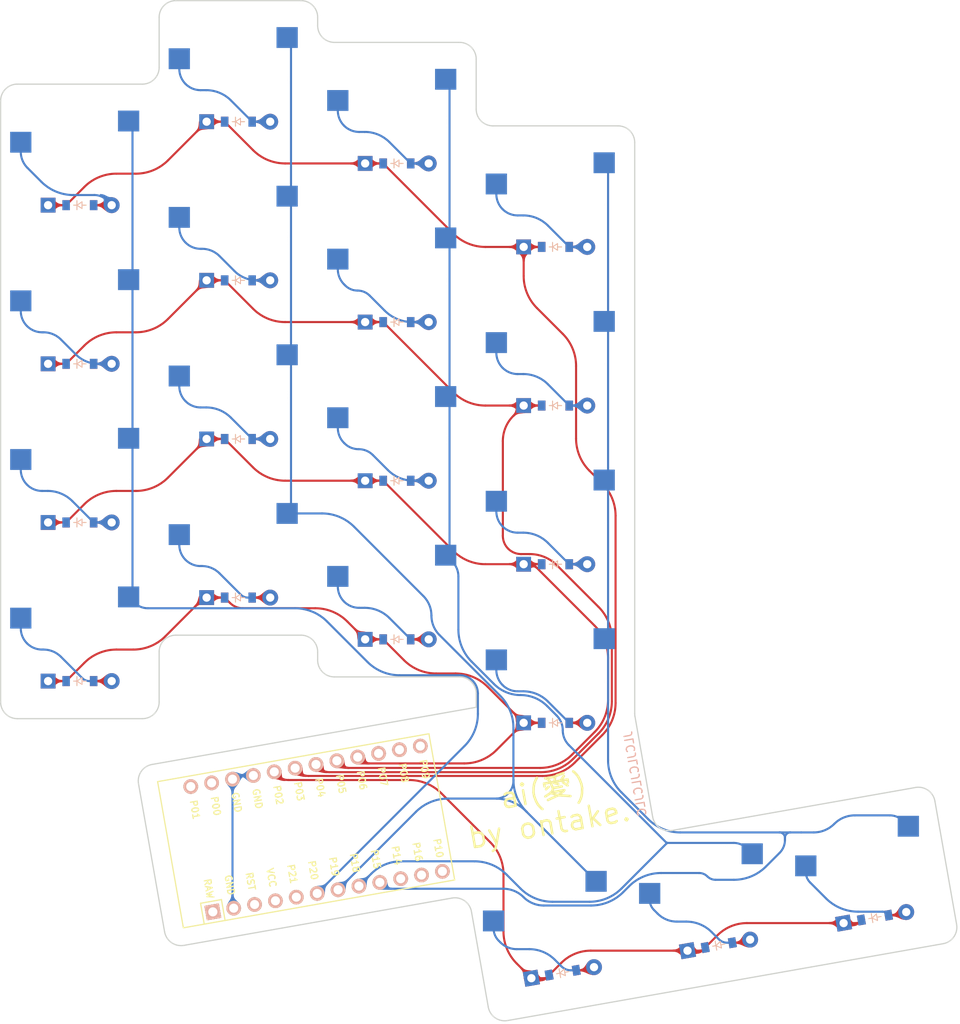
<source format=kicad_pcb>
(kicad_pcb (version 20211014) (generator pcbnew)
  (title_block (title "macropad") (rev "v1.0.0") (company "Unknown"))
  (layers (0 "F.Cu" signal) (31 "B.Cu" signal) (34 "B.Paste" user) (35 "F.Paste" user) (36 "B.SilkS" user "B.Silkscreen") (37 "F.SilkS" user "F.Silkscreen") (38 "B.Mask" user) (39 "F.Mask" user) (44 "Edge.Cuts" user))
  (net 0 "")
  (net 1 "c1_r1")
  (net 2 "P20")
  (net 3 "P6")
  (net 4 "c1_r2")
  (net 5 "P5")
  (net 6 "c1_r3")
  (net 7 "P4")
  (net 8 "c1_r4")
  (net 9 "P3")
  (net 10 "c2_r1")
  (net 11 "P19")
  (net 12 "c2_r2")
  (net 13 "c2_r3")
  (net 14 "c2_r4")
  (net 15 "c3_r1")
  (net 16 "P18")
  (net 17 "c3_r2")
  (net 18 "c3_r3")
  (net 19 "c3_r4")
  (net 20 "c4_r1")
  (net 21 "P15")
  (net 22 "c4_r2")
  (net 23 "c4_r3")
  (net 24 "c4_r4")
  (net 25 "c5_r5")
  (net 26 "P2")
  (net 27 "c6_r5")
  (net 28 "c7_r5")
  (net 29 "RAW")
  (net 30 "GND")
  (net 31 "RST")
  (net 32 "VCC")
  (net 33 "P21")
  (net 34 "P14")
  (net 35 "P16")
  (net 36 "P10")
  (net 37 "P1")
  (net 38 "P0")
  (net 39 "P7")
  (net 40 "P8")
  (net 41 "P9")
  (footprint "ProMicro" (layer "F.Cu") (at 99.50825 152.81 10)
    (fp_text reference "MCU1" hide)
    (fp_text value "" hide)
  )
  (footprint "MX" (layer "F.Cu") (at 90.13825 82.1)
    (fp_text reference "S7" hide)
    (fp_text value "" hide)
  )
  (footprint "ComboDiode" (layer "F.Cu") (at 71.13825 135.1)
    (fp_text reference "D1" hide)
    (fp_text value "" hide)
  )
  (footprint "MX" (layer "F.Cu") (at 71.13825 73.1)
    (fp_text reference "S4" hide)
    (fp_text value "" hide)
  )
  (footprint "MX" (layer "F.Cu") (at 71.13825 92.1)
    (fp_text reference "S3" hide)
    (fp_text value "" hide)
  )
  (footprint "MX" (layer "F.Cu") (at 90.13825 63.1)
    (fp_text reference "S8" hide)
    (fp_text value "" hide)
  )
  (footprint "ComboDiode" (layer "F.Cu") (at 128.13825 83.1)
    (fp_text reference "D16" hide)
    (fp_text value "" hide)
  )
  (footprint "ComboDiode" (layer "F.Cu") (at 109.13825 111.1)
    (fp_text reference "D10" hide)
    (fp_text value "" hide)
  )
  (footprint "ComboDiode" (layer "F.Cu") (at 90.13825 106.1)
    (fp_text reference "D6" hide)
    (fp_text value "" hide)
  )
  (footprint "MX" (layer "F.Cu") (at 128.13825 135.1)
    (fp_text reference "S13" hide)
    (fp_text value "" hide)
  )
  (footprint "ComboDiode" (layer "F.Cu") (at 90.13825 68.1)
    (fp_text reference "D8" hide)
    (fp_text value "" hide)
  )
  (footprint "MX" (layer "F.Cu") (at 90.13825 120.1)
    (fp_text reference "S5" hide)
    (fp_text value "" hide)
  )
  (footprint "ComboDiode" (layer "F.Cu") (at 90.13825 87.1)
    (fp_text reference "D7" hide)
    (fp_text value "" hide)
  )
  (footprint "ComboDiode" (layer "F.Cu") (at 166.429186 163.425408 10)
    (fp_text reference "D19" hide)
    (fp_text value "" hide)
  )
  (footprint "MX" (layer "F.Cu") (at 71.13825 111.1)
    (fp_text reference "S2" hide)
    (fp_text value "" hide)
  )
  (footprint "ComboDiode" (layer "F.Cu") (at 128.13825 102.1)
    (fp_text reference "D15" hide)
    (fp_text value "" hide)
  )
  (footprint "MX" (layer "F.Cu") (at 109.13825 125.1)
    (fp_text reference "S9" hide)
    (fp_text value "" hide)
  )
  (footprint "MX" (layer "F.Cu") (at 128.13825 165.1 10)
    (fp_text reference "S17" hide)
    (fp_text value "" hide)
  )
  (footprint "ComboDiode" (layer "F.Cu") (at 128.13825 121.1)
    (fp_text reference "D14" hide)
    (fp_text value "" hide)
  )
  (footprint "MX" (layer "F.Cu") (at 128.13825 116.1)
    (fp_text reference "S14" hide)
    (fp_text value "" hide)
  )
  (footprint "ComboDiode" (layer "F.Cu") (at 71.13825 78.1)
    (fp_text reference "D4" hide)
    (fp_text value "" hide)
  )
  (footprint "ComboDiode" (layer "F.Cu") (at 90.13825 125.1)
    (fp_text reference "D5" hide)
    (fp_text value "" hide)
  )
  (footprint "ComboDiode" (layer "F.Cu") (at 109.13825 73.1)
    (fp_text reference "D12" hide)
    (fp_text value "" hide)
  )
  (footprint "MX" (layer "F.Cu") (at 71.13825 130.1)
    (fp_text reference "S1" hide)
    (fp_text value "" hide)
  )
  (footprint "MX" (layer "F.Cu") (at 109.13825 68.1)
    (fp_text reference "S12" hide)
    (fp_text value "" hide)
  )
  (footprint "MX" (layer "F.Cu") (at 165.560945 158.501369 10)
    (fp_text reference "S19" hide)
    (fp_text value "" hide)
  )
  (footprint "ComboDiode" (layer "F.Cu") (at 129.006491 170.024039 10)
    (fp_text reference "D17" hide)
    (fp_text value "" hide)
  )
  (footprint "MX" (layer "F.Cu") (at 90.13825 101.1)
    (fp_text reference "S6" hide)
    (fp_text value "" hide)
  )
  (footprint "ComboDiode" (layer "F.Cu") (at 71.13825 97.1)
    (fp_text reference "D3" hide)
    (fp_text value "" hide)
  )
  (footprint "MX" (layer "F.Cu") (at 128.13825 97.1)
    (fp_text reference "S15" hide)
    (fp_text value "" hide)
  )
  (footprint "ComboDiode" (layer "F.Cu") (at 128.13825 140.1)
    (fp_text reference "D13" hide)
    (fp_text value "" hide)
  )
  (footprint "MX" (layer "F.Cu") (at 128.13825 78.1)
    (fp_text reference "S16" hide)
    (fp_text value "" hide)
  )
  (footprint "ComboDiode" (layer "F.Cu") (at 109.13825 92.1)
    (fp_text reference "D11" hide)
    (fp_text value "" hide)
  )
  (footprint "ComboDiode" (layer "F.Cu") (at 71.13825 116.1)
    (fp_text reference "D2" hide)
    (fp_text value "" hide)
  )
  (footprint "MX" (layer "F.Cu") (at 146.849597 161.800685 10)
    (fp_text reference "S18" hide)
    (fp_text value "" hide)
  )
  (footprint "ComboDiode" (layer "F.Cu") (at 109.13825 130.1)
    (fp_text reference "D9" hide)
    (fp_text value "" hide)
  )
  (footprint "MX" (layer "F.Cu") (at 109.13825 106.1)
    (fp_text reference "S10" hide)
    (fp_text value "" hide)
  )
  (footprint "ComboDiode" (layer "F.Cu") (at 147.717838 166.724723 10)
    (fp_text reference "D18" hide)
    (fp_text value "" hide)
  )
  (footprint "MX" (layer "F.Cu") (at 109.13825 87.1)
    (fp_text reference "S11" hide)
    (fp_text value "" hide)
  )
  (gr_arc (start 142.106799 152.990415) (mid 140.61235 152.659103) (end 139.789888 151.368096) (layer "Edge.Cuts") (width 0.15))
  (gr_line (start 157.854929 169.506701) (end 174.59666 166.554682) (layer "Edge.Cuts") (width 0.15))
  (gr_line (start 139.789888 151.368096) (end 137.668634 139.337872) (layer "Edge.Cuts") (width 0.15))
  (gr_line (start 63.63825 139.6) (end 78.63825 139.6) (layer "Edge.Cuts") (width 0.15))
  (gr_arc (start 122.40185 175.758034) (mid 120.907401 175.426723) (end 120.084938 174.135716) (layer "Edge.Cuts") (width 0.15))
  (gr_line (start 118.63825 136.6) (end 118.63825 138.236516) (layer "Edge.Cuts") (width 0.15))
  (gr_arc (start 120.63825 68.6) (mid 119.224036 68.014214) (end 118.63825 66.6) (layer "Edge.Cuts") (width 0.15))
  (gr_arc (start 101.63825 58.6) (mid 100.224036 58.014214) (end 99.63825 56.6) (layer "Edge.Cuts") (width 0.15))
  (gr_arc (start 80.63825 131.6) (mid 81.224036 130.185786) (end 82.63825 129.6) (layer "Edge.Cuts") (width 0.15))
  (gr_arc (start 116.63825 58.6) (mid 118.052464 59.185786) (end 118.63825 60.6) (layer "Edge.Cuts") (width 0.15))
  (gr_arc (start 61.63825 65.6) (mid 62.224036 64.185786) (end 63.63825 63.6) (layer "Edge.Cuts") (width 0.15))
  (gr_arc (start 171.297344 147.843334) (mid 172.791794 148.174645) (end 173.614257 149.465653) (layer "Edge.Cuts") (width 0.15))
  (gr_line (start 139.143581 172.806016) (end 157.854929 169.506701) (layer "Edge.Cuts") (width 0.15))
  (gr_arc (start 137.668634 139.337871) (mid 137.64586 139.164886) (end 137.63825 138.990575) (layer "Edge.Cuts") (width 0.15))
  (gr_line (start 118.069746 162.706997) (end 120.084938 174.135716) (layer "Edge.Cuts") (width 0.15))
  (gr_line (start 122.40185 175.758035) (end 139.143581 172.806016) (layer "Edge.Cuts") (width 0.15))
  (gr_arc (start 63.63825 139.6) (mid 62.224036 139.014214) (end 61.63825 137.6) (layer "Edge.Cuts") (width 0.15))
  (gr_line (start 154.555613 150.795353) (end 142.106799 152.990415) (layer "Edge.Cuts") (width 0.15))
  (gr_arc (start 116.63825 134.6) (mid 118.052464 135.185786) (end 118.63825 136.6) (layer "Edge.Cuts") (width 0.15))
  (gr_line (start 171.297345 147.843334) (end 154.555613 150.795353) (layer "Edge.Cuts") (width 0.15))
  (gr_line (start 78.165286 147.403845) (end 81.290954 165.130385) (layer "Edge.Cuts") (width 0.15))
  (gr_arc (start 176.21898 164.23777) (mid 175.887668 165.732219) (end 174.59666 166.554682) (layer "Edge.Cuts") (width 0.15))
  (gr_line (start 83.607866 166.752704) (end 115.752834 161.084678) (layer "Edge.Cuts") (width 0.15))
  (gr_line (start 116.63825 58.6) (end 101.63825 58.6) (layer "Edge.Cuts") (width 0.15))
  (gr_line (start 80.63825 137.6) (end 80.63825 131.6) (layer "Edge.Cuts") (width 0.15))
  (gr_line (start 99.63825 56.6) (end 99.63825 55.6) (layer "Edge.Cuts") (width 0.15))
  (gr_line (start 78.63825 63.6) (end 63.63825 63.6) (layer "Edge.Cuts") (width 0.15))
  (gr_line (start 101.63825 134.6) (end 116.63825 134.6) (layer "Edge.Cuts") (width 0.15))
  (gr_line (start 99.63825 131.6) (end 99.63825 132.6) (layer "Edge.Cuts") (width 0.15))
  (gr_arc (start 80.63825 55.6) (mid 81.224036 54.185786) (end 82.63825 53.6) (layer "Edge.Cuts") (width 0.15))
  (gr_line (start 61.63825 137.6) (end 61.63825 65.6) (layer "Edge.Cuts") (width 0.15))
  (gr_arc (start 101.63825 134.6) (mid 100.224036 134.014214) (end 99.63825 132.6) (layer "Edge.Cuts") (width 0.15))
  (gr_arc (start 97.63825 53.6) (mid 99.052464 54.185786) (end 99.63825 55.6) (layer "Edge.Cuts") (width 0.15))
  (gr_arc (start 80.63825 137.6) (mid 80.052464 139.014214) (end 78.63825 139.6) (layer "Edge.Cuts") (width 0.15))
  (gr_arc (start 135.63825 68.6) (mid 137.052464 69.185786) (end 137.63825 70.6) (layer "Edge.Cuts") (width 0.15))
  (gr_line (start 118.63825 138.236516) (end 79.787606 145.086933) (layer "Edge.Cuts") (width 0.15))
  (gr_line (start 137.63825 138.990575) (end 137.63825 70.6) (layer "Edge.Cuts") (width 0.15))
  (gr_arc (start 80.63825 61.6) (mid 80.052464 63.014214) (end 78.63825 63.6) (layer "Edge.Cuts") (width 0.15))
  (gr_line (start 118.63825 66.6) (end 118.63825 60.6) (layer "Edge.Cuts") (width 0.15))
  (gr_line (start 97.63825 53.6) (end 82.63825 53.6) (layer "Edge.Cuts") (width 0.15))
  (gr_arc (start 97.63825 129.6) (mid 99.052464 130.185786) (end 99.63825 131.6) (layer "Edge.Cuts") (width 0.15))
  (gr_line (start 135.63825 68.6) (end 120.63825 68.6) (layer "Edge.Cuts") (width 0.15))
  (gr_line (start 176.21898 164.23777) (end 173.614257 149.465653) (layer "Edge.Cuts") (width 0.15))
  (gr_line (start 82.63825 129.6) (end 97.63825 129.6) (layer "Edge.Cuts") (width 0.15))
  (gr_line (start 80.63825 55.6) (end 80.63825 61.6) (layer "Edge.Cuts") (width 0.15))
  (gr_arc (start 78.165286 147.403845) (mid 78.496598 145.909396) (end 79.787606 145.086933) (layer "Edge.Cuts") (width 0.15))
  (gr_arc (start 115.752834 161.084679) (mid 117.247283 161.41599) (end 118.069746 162.706997) (layer "Edge.Cuts") (width 0.15))
  (gr_arc (start 83.607866 166.752703) (mid 82.113417 166.421392) (end 81.290954 165.130385) (layer "Edge.Cuts") (width 0.15))
  (gr_text "JLCJLCJLCJLC" (at 137.69 146.19 100) (layer "B.SilkS") (effects (font (size 1 1)) (justify mirror)))
  (gr_text "ai(愛)\nby ontake." (at 127.03825 150.27 10) (layer "F.SilkS") (effects (font (size 2.5 2.5) (thickness 0.3))))
  (segment (start 72.78825 135.1) (end 74.94825 135.1) (width 0.25) (layer "F.Cu") (net 1))
  (segment (start 68.868008 132.191924) (end 71.418229 134.742145) (width 0.25) (layer "B.Cu") (net 1))
  (segment (start 72.282167 135.1) (end 72.78825 135.1) (width 0.25) (layer "B.Cu") (net 1))
  (segment (start 64.05325 128.769177) (end 64.05325 127.56) (width 0.25) (layer "B.Cu") (net 1))
  (segment (start 66.776084 131.325421) (end 66.609493 131.325421) (width 0.25) (layer "B.Cu") (net 1))
  (arc (start 64.801956 130.576714) (mid 65.631261 131.130838) (end 66.609493 131.325421) (width 0.25) (layer "B.Cu") (net 1))
  (arc (start 68.868008 132.191924) (mid 67.908225 131.550617) (end 66.776084 131.325421) (width 0.25) (layer "B.Cu") (net 1))
  (arc (start 71.418229 134.742145) (mid 71.814607 135.006996) (end 72.282167 135.1) (width 0.25) (layer "B.Cu") (net 1))
  (arc (start 64.05325 128.769177) (mid 64.247832 129.747409) (end 64.801956 130.576714) (width 0.25) (layer "B.Cu") (net 1))
  (segment (start 116.656443 134.40048) (end 109.455671 134.40048) (width 0.25) (layer "B.Cu") (net 2))
  (segment (start 77.21196 68.25171) (end 76.98025 68.02) (width 0.25) (layer "B.Cu") (net 2))
  (segment (start 118.840149 139.021398) (end 118.840149 136.584185) (width 0.25) (layer "B.Cu") (net 2))
  (segment (start 100.772031 127.970803) (end 105.607915 132.806687) (width 0.25) (layer "B.Cu") (net 2))
  (segment (start 77.443671 68.811109) (end 77.443671 86.22889) (width 0.25) (layer "B.Cu") (net 2))
  (segment (start 77.21196 125.25171) (end 77.658755 125.698505) (width 0.25) (layer "B.Cu") (net 2))
  (segment (start 77.443671 124.22889) (end 77.443671 106.811109) (width 0.25) (layer "B.Cu") (net 2))
  (segment (start 117.246356 142.869154) (end 99.580743 160.534768) (width 0.25) (layer "B.Cu") (net 2))
  (segment (start 77.443671 105.22889) (end 77.443671 87.811109) (width 0.25) (layer "B.Cu") (net 2))
  (segment (start 96.924275 126.377011) (end 79.296812 126.377011) (width 0.25) (layer "B.Cu") (net 2))
  (arc (start 77.443671 124.22889) (mid 77.383451 124.531634) (end 77.21196 124.788289) (width 0.25) (layer "B.Cu") (net 2))
  (arc (start 118.200556 135.040072) (mid 118.673924 135.748517) (end 118.840149 136.584185) (width 0.25) (layer "B.Cu") (net 2))
  (arc (start 77.658755 125.698505) (mid 78.410302 126.200673) (end 79.296812 126.377011) (width 0.25) (layer "B.Cu") (net 2))
  (arc (start 77.443671 86.22889) (mid 77.383451 86.531634) (end 77.21196 86.788289) (width 0.25) (layer "B.Cu") (net 2))
  (arc (start 118.840149 139.021398) (mid 118.425935 141.103788) (end 117.246356 142.869154) (width 0.25) (layer "B.Cu") (net 2))
  (arc (start 100.772031 127.970803) (mid 99.006665 126.791224) (end 96.924275 126.377011) (width 0.25) (layer "B.Cu") (net 2))
  (arc (start 77.21196 105.788289) (mid 77.115982 106.019999) (end 77.21196 106.25171) (width 0.25) (layer "B.Cu") (net 2))
  (arc (start 77.21196 106.25171) (mid 77.383451 106.508364) (end 77.443671 106.811109) (width 0.25) (layer "B.Cu") (net 2))
  (arc (start 77.21196 124.788289) (mid 77.115982 125.019999) (end 77.21196 125.25171) (width 0.25) (layer "B.Cu") (net 2))
  (arc (start 118.200556 135.040072) (mid 117.492111 134.566704) (end 116.656443 134.40048) (width 0.25) (layer "B.Cu") (net 2))
  (arc (start 77.443671 105.22889) (mid 77.383451 105.531634) (end 77.21196 105.788289) (width 0.25) (layer "B.Cu") (net 2))
  (arc (start 77.21196 68.25171) (mid 77.383451 68.508364) (end 77.443671 68.811109) (width 0.25) (layer "B.Cu") (net 2))
  (arc (start 77.21196 86.788289) (mid 77.115982 87.019999) (end 77.21196 87.25171) (width 0.25) (layer "B.Cu") (net 2))
  (arc (start 77.21196 87.25171) (mid 77.383451 87.508364) (end 77.443671 87.811109) (width 0.25) (layer "B.Cu") (net 2))
  (arc (start 105.607915 132.806687) (mid 107.37328 133.986266) (end 109.455671 134.40048) (width 0.25) (layer "B.Cu") (net 2))
  (segment (start 81.388371 129.731628) (end 85.911017 125.208982) (width 0.25) (layer "F.Cu") (net 3))
  (segment (start 117.211442 144.962844) (end 105.735545 144.962844) (width 0.25) (layer "F.Cu") (net 3))
  (segment (start 116.164221 134.189935) (end 113.832148 134.189935) (width 0.25) (layer "F.Cu") (net 3))
  (segment (start 89.126755 125.738505) (end 88.48825 125.1) (width 0.25) (layer "F.Cu") (net 3))
  (segment (start 90.668244 126.377011) (end 99.351297 126.377011) (width 0.25) (layer "F.Cu") (net 3))
  (segment (start 69.48825 135.1) (end 67.32825 135.1) (width 0.25) (layer "F.Cu") (net 3))
  (segment (start 69.48825 135.1) (end 71.669036 132.919213) (width 0.25) (layer "F.Cu") (net 3))
  (segment (start 105.32825 130.1) (end 103.199053 127.970803) (width 0.25) (layer "F.Cu") (net 3))
  (segment (start 86.482375 125.1) (end 86.174125 125.1) (width 0.25) (layer "F.Cu") (net 3))
  (segment (start 124.32825 140.1) (end 121.059198 143.369051) (width 0.25) (layer "F.Cu") (net 3))
  (segment (start 88.48825 125.1) (end 86.482375 125.1) (width 0.25) (layer "F.Cu") (net 3))
  (segment (start 107.48825 130.1) (end 105.32825 130.1) (width 0.25) (layer "F.Cu") (net 3))
  (segment (start 107.48825 130.1) (end 109.984392 132.596142) (width 0.25) (layer "F.Cu") (net 3))
  (segment (start 77.540615 131.325421) (end 75.516792 131.325421) (width 0.25) (layer "F.Cu") (net 3))
  (segment (start 124.32825 140.1) (end 126.48825 140.1) (width 0.25) (layer "F.Cu") (net 3))
  (segment (start 104.818452 144.582971) (end 104.43858 144.203099) (width 0.25) (layer "F.Cu") (net 3))
  (segment (start 124.32825 140.1) (end 120.011977 135.783727) (width 0.25) (layer "F.Cu") (net 3))
  (arc (start 104.818452 144.582971) (mid 105.239218 144.864118) (end 105.735545 144.962844) (width 0.25) (layer "F.Cu") (net 3))
  (arc (start 86.174125 125.1) (mid 86.031732 125.128323) (end 85.911017 125.208982) (width 0.25) (layer "F.Cu") (net 3))
  (arc (start 121.059198 143.369051) (mid 119.293832 144.54863) (end 117.211442 144.962844) (width 0.25) (layer "F.Cu") (net 3))
  (arc (start 75.516792 131.325421) (mid 73.434401 131.739634) (end 71.669036 132.919213) (width 0.25) (layer "F.Cu") (net 3))
  (arc (start 120.011977 135.783727) (mid 118.246611 134.604148) (end 116.164221 134.189935) (width 0.25) (layer "F.Cu") (net 3))
  (arc (start 89.126755 125.738505) (mid 89.833996 126.211068) (end 90.668244 126.377011) (width 0.25) (layer "F.Cu") (net 3))
  (arc (start 81.388371 129.731628) (mid 79.623005 130.911207) (end 77.540615 131.325421) (width 0.25) (layer "F.Cu") (net 3))
  (arc (start 109.984392 132.596142) (mid 111.749757 133.775721) (end 113.832148 134.189935) (width 0.25) (layer "F.Cu") (net 3))
  (arc (start 103.199053 127.970803) (mid 101.433687 126.791224) (end 99.351297 126.377011) (width 0.25) (layer "F.Cu") (net 3))
  (segment (start 72.78825 116.1) (end 74.94825 116.1) (width 0.25) (layer "F.Cu") (net 4))
  (segment (start 72.788796 116.1) (end 74.94825 116.1) (width 0.25) (layer "B.Cu") (net 4))
  (segment (start 70.238768 113.549972) (end 72.788796 116.1) (width 0.25) (layer "B.Cu") (net 4))
  (segment (start 64.05325 109.769177) (end 64.05325 108.56) (width 0.25) (layer "B.Cu") (net 4))
  (segment (start 67.28244 112.325421) (end 66.609493 112.325421) (width 0.25) (layer "B.Cu") (net 4))
  (arc (start 70.238768 113.549972) (mid 68.882393 112.643671) (end 67.28244 112.325421) (width 0.25) (layer "B.Cu") (net 4))
  (arc (start 64.05325 109.769177) (mid 64.247832 110.747409) (end 64.801956 111.576714) (width 0.25) (layer "B.Cu") (net 4))
  (arc (start 64.801956 111.576714) (mid 65.631261 112.130838) (end 66.609493 112.325421) (width 0.25) (layer "B.Cu") (net 4))
  (segment (start 69.48825 116.1) (end 71.669036 113.919213) (width 0.25) (layer "F.Cu") (net 5))
  (segment (start 115.894457 119.506207) (end 107.48825 111.1) (width 0.25) (layer "F.Cu") (net 5))
  (segment (start 103.398169 145.5) (end 126.286036 145.5) (width 0.25) (layer "F.Cu") (net 5))
  (segment (start 95.742213 111.1) (end 105.32825 111.1) (width 0.25) (layer "F.Cu") (net 5))
  (segment (start 69.48825 116.1) (end 67.32825 116.1) (width 0.25) (layer "F.Cu") (net 5))
  (segment (start 124.89775 121.1) (end 124.32825 121.1) (width 0.25) (layer "F.Cu") (net 5))
  (segment (start 134.443671 137.342365) (end 134.443671 132.330384) (width 0.25) (layer "F.Cu") (net 5))
  (segment (start 124.32825 121.1) (end 126.48825 121.1) (width 0.25) (layer "F.Cu") (net 5))
  (segment (start 75.516792 112.325421) (end 77.848865 112.325421) (width 0.25) (layer "F.Cu") (net 5))
  (segment (start 88.48825 106.1) (end 86.32825 106.1) (width 0.25) (layer "F.Cu") (net 5))
  (segment (start 88.48825 106.1) (end 91.894457 109.506207) (width 0.25) (layer "F.Cu") (net 5))
  (segment (start 124.32825 121.1) (end 119.742213 121.1) (width 0.25) (layer "F.Cu") (net 5))
  (segment (start 132.849878 141.190121) (end 130.133792 143.906207) (width 0.25) (layer "F.Cu") (net 5))
  (segment (start 102.365085 145.072082) (end 101.937168 144.644165) (width 0.25) (layer "F.Cu") (net 5))
  (segment (start 81.696621 110.731628) (end 86.32825 106.1) (width 0.25) (layer "F.Cu") (net 5))
  (segment (start 125.869947 121.502697) (end 132.849878 128.482628) (width 0.25) (layer "F.Cu") (net 5))
  (segment (start 107.48825 111.1) (end 105.32825 111.1) (width 0.25) (layer "F.Cu") (net 5))
  (arc (start 125.869947 121.502697) (mid 125.423899 121.204657) (end 124.89775 121.1) (width 0.25) (layer "F.Cu") (net 5))
  (arc (start 91.894457 109.506207) (mid 93.659822 110.685786) (end 95.742213 111.1) (width 0.25) (layer "F.Cu") (net 5))
  (arc (start 132.849878 128.482628) (mid 134.029457 130.247993) (end 134.443671 132.330384) (width 0.25) (layer "F.Cu") (net 5))
  (arc (start 75.516792 112.325421) (mid 73.434401 112.739634) (end 71.669036 113.919213) (width 0.25) (layer "F.Cu") (net 5))
  (arc (start 115.894457 119.506207) (mid 117.659822 120.685786) (end 119.742213 121.1) (width 0.25) (layer "F.Cu") (net 5))
  (arc (start 134.443671 137.342365) (mid 134.029457 139.424755) (end 132.849878 141.190121) (width 0.25) (layer "F.Cu") (net 5))
  (arc (start 81.696621 110.731628) (mid 79.931255 111.911207) (end 77.848865 112.325421) (width 0.25) (layer "F.Cu") (net 5))
  (arc (start 130.133792 143.906207) (mid 128.368426 145.085786) (end 126.286036 145.5) (width 0.25) (layer "F.Cu") (net 5))
  (arc (start 102.365085 145.072082) (mid 102.839068 145.388787) (end 103.398169 145.5) (width 0.25) (layer "F.Cu") (net 5))
  (segment (start 72.78825 97.1) (end 74.94825 97.1) (width 0.25) (layer "F.Cu") (net 6))
  (segment (start 73.362167 97.1) (end 74.94825 97.1) (width 0.25) (layer "B.Cu") (net 6))
  (segment (start 64.05325 90.769177) (end 64.05325 89.56) (width 0.25) (layer "B.Cu") (net 6))
  (segment (start 66.609493 93.325421) (end 66.776084 93.325421) (width 0.25) (layer "B.Cu") (net 6))
  (segment (start 70.654553 95.978469) (end 68.868008 94.191924) (width 0.25) (layer "B.Cu") (net 6))
  (arc (start 64.801956 92.576714) (mid 65.631261 93.130838) (end 66.609493 93.325421) (width 0.25) (layer "B.Cu") (net 6))
  (arc (start 70.654553 95.978469) (mid 71.896817 96.808523) (end 73.362167 97.1) (width 0.25) (layer "B.Cu") (net 6))
  (arc (start 64.05325 90.769177) (mid 64.247832 91.747409) (end 64.801956 92.576714) (width 0.25) (layer "B.Cu") (net 6))
  (arc (start 68.868008 94.191924) (mid 67.908225 93.550617) (end 66.776084 93.325421) (width 0.25) (layer "B.Cu") (net 6))
  (segment (start 124.32825 102.1) (end 123.080539 103.34771) (width 0.25) (layer "F.Cu") (net 7))
  (segment (start 115.894457 100.506207) (end 107.48825 92.1) (width 0.25) (layer "F.Cu") (net 7))
  (segment (start 119.742213 102.1) (end 124.32825 102.1) (width 0.25) (layer "F.Cu") (net 7))
  (segment (start 124.32825 102.1) (end 126.48825 102.1) (width 0.25) (layer "F.Cu") (net 7))
  (segment (start 88.48825 87.1) (end 86.32825 87.1) (width 0.25) (layer "F.Cu") (net 7))
  (segment (start 75.516792 93.325421) (end 77.848865 93.325421) (width 0.25) (layer "F.Cu") (net 7))
  (segment (start 133.299398 141.376319) (end 130.25951 144.416207) (width 0.25) (layer "F.Cu") (net 7))
  (segment (start 81.696621 91.731628) (end 86.32825 87.1) (width 0.25) (layer "F.Cu") (net 7))
  (segment (start 121.832829 117.698131) (end 121.832829 106.35995) (width 0.25) (layer "F.Cu") (net 7))
  (segment (start 107.48825 92.1) (end 105.32825 92.1) (width 0.25) (layer "F.Cu") (net 7))
  (segment (start 69.48825 97.1) (end 71.669036 94.919213) (width 0.25) (layer "F.Cu") (net 7))
  (segment (start 88.48825 87.1) (end 91.894457 90.506207) (width 0.25) (layer "F.Cu") (net 7))
  (segment (start 69.48825 97.1) (end 67.32825 97.1) (width 0.25) (layer "F.Cu") (net 7))
  (segment (start 128.338131 121.250859) (end 133.299398 126.212126) (width 0.25) (layer "F.Cu") (net 7))
  (segment (start 134.893191 130.059882) (end 134.893191 137.528563) (width 0.25) (layer "F.Cu") (net 7))
  (segment (start 101.014434 146.01) (end 126.411754 146.01) (width 0.25) (layer "F.Cu") (net 7))
  (segment (start 99.898141 145.547616) (end 99.435757 145.085232) (width 0.25) (layer "F.Cu") (net 7))
  (segment (start 95.742213 92.1) (end 105.32825 92.1) (width 0.25) (layer "F.Cu") (net 7))
  (segment (start 125.04425 119.886489) (end 124.021186 119.886489) (width 0.25) (layer "F.Cu") (net 7))
  (arc (start 122.473784 119.245534) (mid 123.183738 119.71991) (end 124.021186 119.886489) (width 0.25) (layer "F.Cu") (net 7))
  (arc (start 123.080539 103.34771) (mid 122.157098 104.729737) (end 121.832829 106.35995) (width 0.25) (layer "F.Cu") (net 7))
  (arc (start 134.893191 137.528563) (mid 134.478977 139.610953) (end 133.299398 141.376319) (width 0.25) (layer "F.Cu") (net 7))
  (arc (start 121.832829 117.698131) (mid 121.999407 118.535579) (end 122.473784 119.245534) (width 0.25) (layer "F.Cu") (net 7))
  (arc (start 99.898141 145.547616) (mid 100.4103 145.88983) (end 101.014434 146.01) (width 0.25) (layer "F.Cu") (net 7))
  (arc (start 91.894457 90.506207) (mid 93.659822 91.685786) (end 95.742213 92.1) (width 0.25) (layer "F.Cu") (net 7))
  (arc (start 133.299398 126.212126) (mid 134.478977 127.977491) (end 134.893191 130.059882) (width 0.25) (layer "F.Cu") (net 7))
  (arc (start 130.25951 144.416207) (mid 128.494144 145.595786) (end 126.411754 146.01) (width 0.25) (layer "F.Cu") (net 7))
  (arc (start 128.338131 121.250859) (mid 126.826885 120.241077) (end 125.04425 119.886489) (width 0.25) (layer "F.Cu") (net 7))
  (arc (start 115.894457 100.506207) (mid 117.659822 101.685786) (end 119.742213 102.1) (width 0.25) (layer "F.Cu") (net 7))
  (arc (start 81.696621 91.731628) (mid 79.931255 92.911207) (end 77.848865 93.325421) (width 0.25) (layer "F.Cu") (net 7))
  (arc (start 75.516792 93.325421) (mid 73.434401 93.739634) (end 71.669036 94.919213) (width 0.25) (layer "F.Cu") (net 7))
  (segment (start 72.78825 78.1) (end 74.94825 78.1) (width 0.25) (layer "F.Cu") (net 8))
  (segment (start 70.365694 76.886489) (end 72.876657 76.886489) (width 0.25) (layer "B.Cu") (net 8))
  (segment (start 74.341494 77.493244) (end 74.94825 78.1) (width 0.25) (layer "B.Cu") (net 8))
  (segment (start 66.517938 75.292696) (end 64.855111 73.629869) (width 0.25) (layer "B.Cu") (net 8))
  (segment (start 64.05325 71.694004) (end 64.05325 70.56) (width 0.25) (layer "B.Cu") (net 8))
  (arc (start 64.05325 71.694004) (mid 64.261646 72.741686) (end 64.855111 73.629869) (width 0.25) (layer "B.Cu") (net 8))
  (arc (start 74.341494 77.493244) (mid 73.669421 77.044179) (end 72.876657 76.886489) (width 0.25) (layer "B.Cu") (net 8))
  (arc (start 66.517938 75.292696) (mid 68.283303 76.472275) (end 70.365694 76.886489) (width 0.25) (layer "B.Cu") (net 8))
  (segment (start 130.61 106.046812) (end 130.61 97.363963) (width 0.25) (layer "F.Cu") (net 9))
  (segment (start 81.696621 72.731628) (end 86.32825 68.1) (width 0.25) (layer "F.Cu") (net 9))
  (segment (start 69.48825 78.1) (end 67.32825 78.1) (width 0.25) (layer "F.Cu") (net 9))
  (segment (start 95.742213 73.1) (end 105.32825 73.1) (width 0.25) (layer "F.Cu") (net 9))
  (segment (start 115.894457 81.506207) (end 107.48825 73.1) (width 0.25) (layer "F.Cu") (net 9))
  (segment (start 69.48825 78.1) (end 71.669036 75.919213) (width 0.25) (layer "F.Cu") (net 9))
  (segment (start 88.48825 68.1) (end 91.894457 71.506207) (width 0.25) (layer "F.Cu") (net 9))
  (segment (start 88.48825 68.1) (end 86.32825 68.1) (width 0.25) (layer "F.Cu") (net 9))
  (segment (start 119.742213 83.1) (end 124.32825 83.1) (width 0.25) (layer "F.Cu") (net 9))
  (segment (start 124.32825 83.1) (end 126.48825 83.1) (width 0.25) (layer "F.Cu") (net 9))
  (segment (start 75.516792 74.325421) (end 77.848865 74.325421) (width 0.25) (layer "F.Cu") (net 9))
  (segment (start 133.748918 141.562516) (end 130.445707 144.865727) (width 0.25) (layer "F.Cu") (net 9))
  (segment (start 97.400956 145.992909) (end 96.934345 145.526298) (width 0.25) (layer "F.Cu") (net 9))
  (segment (start 132.203792 109.894568) (end 133.748918 111.439694) (width 0.25) (layer "F.Cu") (net 9))
  (segment (start 135.342711 137.71476) (end 135.342711 115.28745) (width 0.25) (layer "F.Cu") (net 9))
  (segment (start 126.597951 146.45952) (end 98.527454 146.45952) (width 0.25) (layer "F.Cu") (net 9))
  (segment (start 124.32825 86.574286) (end 124.32825 83.1) (width 0.25) (layer "F.Cu") (net 9))
  (segment (start 107.48825 73.1) (end 105.32825 73.1) (width 0.25) (layer "F.Cu") (net 9))
  (segment (start 125.922042 90.422042) (end 129.016207 93.516207) (width 0.25) (layer "F.Cu") (net 9))
  (arc (start 130.61 106.046812) (mid 131.024213 108.129202) (end 132.203792 109.894568) (width 0.25) (layer "F.Cu") (net 9))
  (arc (start 97.400956 145.992909) (mid 97.917797 146.338251) (end 98.527454 146.45952) (width 0.25) (layer "F.Cu") (net 9))
  (arc (start 115.894457 81.506207) (mid 117.659822 82.685786) (end 119.742213 83.1) (width 0.25) (layer "F.Cu") (net 9))
  (arc (start 133.748918 111.439694) (mid 134.928497 113.205059) (end 135.342711 115.28745) (width 0.25) (layer "F.Cu") (net 9))
  (arc (start 81.696621 72.731628) (mid 79.931255 73.911207) (end 77.848865 74.325421) (width 0.25) (layer "F.Cu") (net 9))
  (arc (start 91.894457 71.506207) (mid 93.659822 72.685786) (end 95.742213 73.1) (width 0.25) (layer "F.Cu") (net 9))
  (arc (start 130.445707 144.865727) (mid 128.680341 146.045306) (end 126.597951 146.45952) (width 0.25) (layer "F.Cu") (net 9))
  (arc (start 135.342711 137.71476) (mid 134.928497 139.79715) (end 133.748918 141.562516) (width 0.25) (layer "F.Cu") (net 9))
  (arc (start 129.016207 93.516207) (mid 130.195786 95.281572) (end 130.61 97.363963) (width 0.25) (layer "F.Cu") (net 9))
  (arc (start 124.32825 86.574286) (mid 124.742463 88.656676) (end 125.922042 90.422042) (width 0.25) (layer "F.Cu") (net 9))
  (arc (start 75.516792 74.325421) (mid 73.434401 74.739634) (end 71.669036 75.919213) (width 0.25) (layer "F.Cu") (net 9))
  (segment (start 91.78825 125.1) (end 93.94825 125.1) (width 0.25) (layer "F.Cu") (net 10))
  (segment (start 85.609493 121.325421) (end 85.776084 121.325421) (width 0.25) (layer "B.Cu") (net 10))
  (segment (start 90.418229 124.742145) (end 87.868008 122.191924) (width 0.25) (layer "B.Cu") (net 10))
  (segment (start 91.282167 125.1) (end 91.78825 125.1) (width 0.25) (layer "B.Cu") (net 10))
  (segment (start 83.05325 118.769177) (end 83.05325 117.56) (width 0.25) (layer "B.Cu") (net 10))
  (arc (start 83.801956 120.576714) (mid 84.631261 121.130838) (end 85.609493 121.325421) (width 0.25) (layer "B.Cu") (net 10))
  (arc (start 87.868008 122.191924) (mid 86.908225 121.550617) (end 85.776084 121.325421) (width 0.25) (layer "B.Cu") (net 10))
  (arc (start 83.05325 118.769177) (mid 83.247832 119.747409) (end 83.801956 120.576714) (width 0.25) (layer "B.Cu") (net 10))
  (arc (start 90.418229 124.742145) (mid 90.814607 125.006996) (end 91.282167 125.1) (width 0.25) (layer "B.Cu") (net 10))
  (segment (start 96.443671 76.22889) (end 96.443671 58.811109) (width 0.25) (layer "B.Cu") (net 11))
  (segment (start 96.21196 58.25171) (end 95.98025 58.02) (width 0.25) (layer "B.Cu") (net 11))
  (segment (start 121.506207 136.85199) (end 114.239054 129.584837) (width 0.25) (layer "B.Cu") (net 11))
  (segment (start 96.443671 96.811109) (end 96.443671 114.22889) (width 0.25) (layer "B.Cu") (net 11))
  (segment (start 112.306187 124.918483) (end 104.001496 116.613792) (width 0.25) (layer "B.Cu") (net 11))
  (segment (start 111.408704 150.767152) (end 102.082155 160.093702) (width 0.25) (layer "B.Cu") (net 11))
  (segment (start 123.1 146.919396) (end 123.1 140.699746) (width 0.25) (layer "B.Cu") (net 11))
  (segment (start 96.307938 115.02) (end 100.15374 115.02) (width 0.25) (layer "B.Cu") (net 11))
  (segment (start 121.100001 149.17336) (end 115.25646 149.17336) (width 0.25) (layer "B.Cu") (net 11))
  (segment (start 124.693792 150.767152) (end 133.009364 159.082724) (width 0.25) (layer "B.Cu") (net 11))
  (segment (start 96.443671 95.22889) (end 96.443671 77.811109) (width 0.25) (layer "B.Cu") (net 11))
  (arc (start 96.21196 58.25171) (mid 96.383451 58.508364) (end 96.443671 58.811109) (width 0.25) (layer "B.Cu") (net 11))
  (arc (start 96.21196 95.788289) (mid 96.115982 96.019999) (end 96.21196 96.25171) (width 0.25) (layer "B.Cu") (net 11))
  (arc (start 104.001496 116.613792) (mid 102.23613 115.434213) (end 100.15374 115.02) (width 0.25) (layer "B.Cu") (net 11))
  (arc (start 112.306187 124.918483) (mid 113.021452 125.988953) (end 113.272621 127.25166) (width 0.25) (layer "B.Cu") (net 11))
  (arc (start 123.1 146.919396) (mid 123.514213 149.001786) (end 124.693792 150.767152) (width 0.25) (layer "B.Cu") (net 11))
  (arc (start 96.21196 76.788289) (mid 96.115982 77.019999) (end 96.21196 77.25171) (width 0.25) (layer "B.Cu") (net 11))
  (arc (start 96.21196 96.25171) (mid 96.383451 96.508364) (end 96.443671 96.811109) (width 0.25) (layer "B.Cu") (net 11))
  (arc (start 115.25646 149.17336) (mid 113.174069 149.587573) (end 111.408704 150.767152) (width 0.25) (layer "B.Cu") (net 11))
  (arc (start 121.100001 149.17336) (mid 122.514213 148.513189) (end 123.1 146.919396) (width 0.25) (layer "B.Cu") (net 11))
  (arc (start 96.443671 114.22889) (mid 96.383451 114.531634) (end 96.21196 114.788289) (width 0.25) (layer "B.Cu") (net 11))
  (arc (start 96.21196 77.25171) (mid 96.383451 77.508364) (end 96.443671 77.811109) (width 0.25) (layer "B.Cu") (net 11))
  (arc (start 124.693792 150.767152) (mid 122.99443 149.587573) (end 121.100001 149.17336) (width 0.25) (layer "B.Cu") (net 11))
  (arc (start 121.506207 136.85199) (mid 122.685786 138.617355) (end 123.1 140.699746) (width 0.25) (layer "B.Cu") (net 11))
  (arc (start 96.21196 114.788289) (mid 96.182536 114.936209) (end 96.307938 115.02) (width 0.25) (layer "B.Cu") (net 11))
  (arc (start 113.272621 127.25166) (mid 113.523788 128.514366) (end 114.239054 129.584837) (width 0.25) (layer "B.Cu") (net 11))
  (arc (start 96.443671 76.22889) (mid 96.383451 76.531634) (end 96.21196 76.788289) (width 0.25) (layer "B.Cu") (net 11))
  (arc (start 96.443671 95.22889) (mid 96.383451 95.531634) (end 96.21196 95.788289) (width 0.25) (layer "B.Cu") (net 11))
  (segment (start 91.78825 106.1) (end 93.94825 106.1) (width 0.25) (layer "F.Cu") (net 12))
  (segment (start 91.788796 106.1) (end 89.238768 103.549972) (width 0.25) (layer "B.Cu") (net 12))
  (segment (start 85.609493 102.325421) (end 86.28244 102.325421) (width 0.25) (layer "B.Cu") (net 12))
  (segment (start 83.05325 99.769177) (end 83.05325 98.56) (width 0.25) (layer "B.Cu") (net 12))
  (segment (start 91.788796 106.1) (end 93.94825 106.1) (width 0.25) (layer "B.Cu") (net 12))
  (arc (start 83.05325 99.769177) (mid 83.247832 100.747409) (end 83.801956 101.576714) (width 0.25) (layer "B.Cu") (net 12))
  (arc (start 89.238768 103.549972) (mid 87.882393 102.643671) (end 86.28244 102.325421) (width 0.25) (layer "B.Cu") (net 12))
  (arc (start 83.801956 101.576714) (mid 84.631261 102.130838) (end 85.609493 102.325421) (width 0.25) (layer "B.Cu") (net 12))
  (segment (start 91.78825 87.1) (end 93.94825 87.1) (width 0.25) (layer "F.Cu") (net 13))
  (segment (start 83.05325 80.769177) (end 83.05325 79.56) (width 0.25) (layer "B.Cu") (net 13))
  (segment (start 87.868008 84.191924) (end 89.654553 85.978469) (width 0.25) (layer "B.Cu") (net 13))
  (segment (start 92.362167 87.1) (end 93.94825 87.1) (width 0.25) (layer "B.Cu") (net 13))
  (segment (start 85.609493 83.325421) (end 85.776084 83.325421) (width 0.25) (layer "B.Cu") (net 13))
  (arc (start 83.801956 82.576714) (mid 84.631261 83.130838) (end 85.609493 83.325421) (width 0.25) (layer "B.Cu") (net 13))
  (arc (start 83.05325 80.769177) (mid 83.247832 81.747409) (end 83.801956 82.576714) (width 0.25) (layer "B.Cu") (net 13))
  (arc (start 89.654553 85.978469) (mid 90.896817 86.808523) (end 92.362167 87.1) (width 0.25) (layer "B.Cu") (net 13))
  (arc (start 87.868008 84.191924) (mid 86.908225 83.550617) (end 85.776084 83.325421) (width 0.25) (layer "B.Cu") (net 13))
  (segment (start 91.78825 68.1) (end 93.94825 68.1) (width 0.25) (layer "F.Cu") (net 14))
  (segment (start 91.788796 68.1) (end 93.94825 68.1) (width 0.25) (layer "B.Cu") (net 14))
  (segment (start 85.609493 64.325421) (end 86.28244 64.325421) (width 0.25) (layer "B.Cu") (net 14))
  (segment (start 89.238768 65.549972) (end 91.788796 68.1) (width 0.25) (layer "B.Cu") (net 14))
  (segment (start 83.05325 61.769177) (end 83.05325 60.56) (width 0.25) (layer "B.Cu") (net 14))
  (arc (start 89.238768 65.549972) (mid 87.882393 64.643671) (end 86.28244 64.325421) (width 0.25) (layer "B.Cu") (net 14))
  (arc (start 83.05325 61.769177) (mid 83.247832 62.747409) (end 83.801956 63.576714) (width 0.25) (layer "B.Cu") (net 14))
  (arc (start 83.801956 63.576714) (mid 84.631261 64.130838) (end 85.609493 64.325421) (width 0.25) (layer "B.Cu") (net 14))
  (segment (start 110.78825 130.1) (end 112.94825 130.1) (width 0.25) (layer "F.Cu") (net 15))
  (segment (start 104.609493 126.325421) (end 105.282167 126.325421) (width 0.25) (layer "B.Cu") (net 15))
  (segment (start 102.05325 123.769177) (end 102.05325 122.56) (width 0.25) (layer "B.Cu") (net 15))
  (segment (start 108.238029 127.549779) (end 110.78825 130.1) (width 0.25) (layer "B.Cu") (net 15))
  (arc (start 102.05325 123.769177) (mid 102.247832 124.747409) (end 102.801956 125.576714) (width 0.25) (layer "B.Cu") (net 15))
  (arc (start 108.238029 127.549779) (mid 106.881868 126.643621) (end 105.282167 126.325421) (width 0.25) (layer "B.Cu") (net 15))
  (arc (start 102.801956 125.576714) (mid 103.631261 126.130838) (end 104.609493 126.325421) (width 0.25) (layer "B.Cu") (net 15))
  (segment (start 122.281351 158.281351) (end 123.936838 159.936838) (width 0.25) (layer "B.Cu") (net 16))
  (segment (start 115.443671 101.811109) (end 115.443671 119.22889) (width 0.25) (layer "B.Cu") (net 16))
  (segment (start 141.491186 154.482274) (end 141.544266 154.482274) (width 0.25) (layer "B.Cu") (net 16))
  (segment (start 129.745651 142.763279) (end 141.445879 154.463507) (width 0.25) (layer "B.Cu") (net 16))
  (segment (start 115.443671 82.811109) (end 115.443671 100.22889) (width 0.25) (layer "B.Cu") (net 16))
  (segment (start 109.64527 156.687559) (end 118.433595 156.687559) (width 0.25) (layer "B.Cu") (net 16))
  (segment (start 132.215405 161.530631) (end 127.784594 161.530631) (width 0.25) (layer "B.Cu") (net 16))
  (segment (start 127.147395 138.094863) (end 128.281826 139.229294) (width 0.25) (layer "B.Cu") (net 16))
  (segment (start 120.774246 135.455018) (end 118.099042 132.779814) (width 0.25) (layer "B.Cu") (net 16))
  (segment (start 115.014088 120.028838) (end 115.75525 120.77) (width 0.25) (layer "B.Cu") (net 16))
  (segment (start 106.066105 158.170097) (end 104.583567 159.652636) (width 0.25) (layer "B.Cu") (net 16))
  (segment (start 115.21196 63.25171) (end 114.98025 63.02) (width 0.25) (layer "B.Cu") (net 16))
  (segment (start 115.21196 119.788289) (end 114.989088 120.011161) (width 0.25) (layer "B.Cu") (net 16))
  (segment (start 116.50525 122.58066) (end 116.50525 128.932058) (width 0.25) (layer "B.Cu") (net 16))
  (segment (start 151.070143 155.132841) (end 151.720711 155.783409) (width 0.25) (layer "B.Cu") (net 16))
  (segment (start 141.498959 154.50104) (end 136.063161 159.936838) (width 0.25) (layer "B.Cu") (net 16))
  (segment (start 115.443671 63.811109) (end 115.443671 81.22889) (width 0.25) (layer "B.Cu") (net 16))
  (segment (start 141.544266 154.482274) (end 149.499534 154.482274) (width 0.25) (layer "B.Cu") (net 16))
  (arc (start 115.014088 120.028838) (mid 115.004298 120.022296) (end 114.99275 120.02) (width 0.25) (layer "B.Cu") (net 16))
  (arc (start 115.21196 100.788289) (mid 115.115982 101.019999) (end 115.21196 101.25171) (width 0.25) (layer "B.Cu") (net 16))
  (arc (start 114.989088 120.011161) (mid 114.987966 120.016803) (end 114.99275 120.02) (width 0.25) (layer "B.Cu") (net 16))
  (arc (start 120.774246 135.455018) (mid 122.236259 136.431904) (end 123.960821 136.774941) (width 0.25) (layer "B.Cu") (net 16))
  (arc (start 115.443671 81.22889) (mid 115.383451 81.531634) (end 115.21196 81.788289) (width 0.25) (layer "B.Cu") (net 16))
  (arc (start 123.936838 159.936838) (mid 125.702203 161.116417) (end 127.784594 161.530631) (width 0.25) (layer "B.Cu") (net 16))
  (arc (start 129.013739 140.996287) (mid 129.203956 141.952576) (end 129.745651 142.763279) (width 0.25) (layer "B.Cu") (net 16))
  (arc (start 151.070143 155.132841) (mid 150.349541 154.65135) (end 149.499534 154.482274) (width 0.25) (layer "B.Cu") (net 16))
  (arc (start 115.443671 100.22889) (mid 115.383451 100.531634) (end 115.21196 100.788289) (width 0.25) (layer "B.Cu") (net 16))
  (arc (start 128.281826 139.229294) (mid 128.823521 140.039997) (end 129.013739 140.996287) (width 0.25) (layer "B.Cu") (net 16))
  (arc (start 109.64527 156.687559) (mid 107.70824 157.072858) (end 106.066105 158.170097) (width 0.25) (layer "B.Cu") (net 16))
  (arc (start 141.445879 154.463507) (mid 141.466666 154.477396) (end 141.491186 154.482274) (width 0.25) (layer "B.Cu") (net 16))
  (arc (start 115.75525 120.77) (mid 116.310331 121.600737) (end 116.50525 122.58066) (width 0.25) (layer "B.Cu") (net 16))
  (arc (start 141.498959 154.50104) (mid 141.501342 154.48906) (end 141.491186 154.482274) (width 0.25) (layer "B.Cu") (net 16))
  (arc (start 115.21196 101.25171) (mid 115.383451 101.508364) (end 115.443671 101.811109) (width 0.25) (layer "B.Cu") (net 16))
  (arc (start 115.21196 81.788289) (mid 115.115982 82.019999) (end 115.21196 82.25171) (width 0.25) (layer "B.Cu") (net 16))
  (arc (start 127.147395 138.094863) (mid 125.685382 137.117977) (end 123.960821 136.774941) (width 0.25) (layer "B.Cu") (net 16))
  (arc (start 115.443671 119.22889) (mid 115.383451 119.531634) (end 115.21196 119.788289) (width 0.25) (layer "B.Cu") (net 16))
  (arc (start 115.21196 82.25171) (mid 115.383451 82.508364) (end 115.443671 82.811109) (width 0.25) (layer "B.Cu") (net 16))
  (arc (start 116.50525 128.932058) (mid 116.919463 131.014448) (end 118.099042 132.779814) (width 0.25) (layer "B.Cu") (net 16))
  (arc (start 122.281351 158.281351) (mid 120.515985 157.101772) (end 118.433595 156.687559) (width 0.25) (layer "B.Cu") (net 16))
  (arc (start 136.063161 159.936838) (mid 134.297795 161.116417) (end 132.215405 161.530631) (width 0.25) (layer "B.Cu") (net 16))
  (arc (start 141.544266 154.482274) (mid 141.519746 154.487151) (end 141.498959 154.50104) (width 0.25) (layer "B.Cu") (net 16))
  (arc (start 115.21196 63.25171) (mid 115.383451 63.508364) (end 115.443671 63.811109) (width 0.25) (layer "B.Cu") (net 16))
  (segment (start 110.78825 111.1) (end 112.94825 111.1) (width 0.25) (layer "F.Cu") (net 17))
  (segment (start 102.05325 104.769177) (end 102.05325 103.56) (width 0.25) (layer "B.Cu") (net 17))
  (segment (start 111.139125 111.1) (end 112.94825 111.1) (width 0.25) (layer "B.Cu") (net 17))
  (segment (start 102.841874 106.616632) (end 102.801956 106.576714) (width 0.25) (layer "B.Cu") (net 17))
  (segment (start 108.050755 109.820755) (end 106.264209 108.034209) (width 0.25) (layer "B.Cu") (net 17))
  (arc (start 102.05325 104.769177) (mid 102.247832 105.747409) (end 102.801956 106.576714) (width 0.25) (layer "B.Cu") (net 17))
  (arc (start 106.264209 108.034209) (mid 105.479119 107.509628) (end 104.553042 107.325421) (width 0.25) (layer "B.Cu") (net 17))
  (arc (start 108.050755 109.820755) (mid 109.467711 110.767535) (end 111.139125 111.1) (width 0.25) (layer "B.Cu") (net 17))
  (arc (start 102.841874 106.616632) (mid 103.626964 107.141212) (end 104.553042 107.325421) (width 0.25) (layer "B.Cu") (net 17))
  (segment (start 110.78825 92.1) (end 112.94825 92.1) (width 0.25) (layer "F.Cu") (net 18))
  (segment (start 102.801956 87.576714) (end 102.944404 87.719162) (width 0.25) (layer "B.Cu") (net 18))
  (segment (start 102.05325 85.769177) (end 102.05325 84.56) (width 0.25) (layer "B.Cu") (net 18))
  (segment (start 107.658224 90.718224) (end 105.871679 88.931679) (width 0.25) (layer "B.Cu") (net 18))
  (segment (start 110.994125 92.1) (end 112.94825 92.1) (width 0.25) (layer "B.Cu") (net 18))
  (arc (start 102.05325 85.769177) (mid 102.247832 86.747409) (end 102.801956 87.576714) (width 0.25) (layer "B.Cu") (net 18))
  (arc (start 105.871679 88.931679) (mid 105.200156 88.482982) (end 104.408042 88.325421) (width 0.25) (layer "B.Cu") (net 18))
  (arc (start 107.658224 90.718224) (mid 109.188748 91.740888) (end 110.994125 92.1) (width 0.25) (layer "B.Cu") (net 18))
  (arc (start 102.944404 87.719162) (mid 103.615926 88.167859) (end 104.408042 88.325421) (width 0.25) (layer "B.Cu") (net 18))
  (segment (start 110.78825 73.1) (end 112.94825 73.1) (width 0.25) (layer "F.Cu") (net 19))
  (segment (start 108.238768 70.549972) (end 110.788796 73.1) (width 0.25) (layer "B.Cu") (net 19))
  (segment (start 105.28244 69.325421) (end 104.609493 69.325421) (width 0.25) (layer "B.Cu") (net 19))
  (segment (start 110.788796 73.1) (end 112.94825 73.1) (width 0.25) (layer "B.Cu") (net 19))
  (segment (start 102.05325 66.769177) (end 102.05325 65.56) (width 0.25) (layer "B.Cu") (net 19))
  (arc (start 102.801956 68.576714) (mid 103.631261 69.130838) (end 104.609493 69.325421) (width 0.25) (layer "B.Cu") (net 19))
  (arc (start 108.238768 70.549972) (mid 106.882393 69.643671) (end 105.28244 69.325421) (width 0.25) (layer "B.Cu") (net 19))
  (arc (start 102.05325 66.769177) (mid 102.247832 67.747409) (end 102.801956 68.576714) (width 0.25) (layer "B.Cu") (net 19))
  (segment (start 129.78825 140.1) (end 131.94825 140.1) (width 0.25) (layer "F.Cu") (net 20))
  (segment (start 121.05325 133.769177) (end 121.05325 132.56) (width 0.25) (layer "B.Cu") (net 20))
  (segment (start 127.238029 137.549779) (end 129.78825 140.1) (width 0.25) (layer "B.Cu") (net 20))
  (segment (start 124.282167 136.325421) (end 123.609493 136.325421) (width 0.25) (layer "B.Cu") (net 20))
  (arc (start 121.05325 133.769177) (mid 121.247832 134.747409) (end 121.801956 135.576714) (width 0.25) (layer "B.Cu") (net 20))
  (arc (start 121.801956 135.576714) (mid 122.631261 136.130838) (end 123.609493 136.325421) (width 0.25) (layer "B.Cu") (net 20))
  (arc (start 127.238029 137.549779) (mid 125.881868 136.643621) (end 124.282167 136.325421) (width 0.25) (layer "B.Cu") (net 20))
  (segment (start 134.443671 91.22889) (end 134.443671 73.811109) (width 0.25) (layer "B.Cu") (net 21))
  (segment (start 164.022242 151.182958) (end 168.210882 151.182958) (width 0.25) (layer "B.Cu") (net 21))
  (segment (start 155.64322 154.130851) (end 155.64322 153.87678) (width 0.25) (layer "B.Cu") (net 21))
  (segment (start 134.443671 130.811109) (end 134.443671 144.571617) (width 0.25) (layer "B.Cu") (net 21))
  (segment (start 157.59322 153.22678) (end 159.088019 153.22678) (width 0.25) (layer "B.Cu") (net 21))
  (segment (start 134.21196 73.25171) (end 133.98025 73.02) (width 0.25) (layer "B.Cu") (net 21))
  (segment (start 134.443671 111.811109) (end 134.443671 129.22889) (width 0.25) (layer "B.Cu") (net 21))
  (segment (start 149.524178 158.9) (end 147.325336 158.9) (width 0.25) (layer "B.Cu") (net 21))
  (segment (start 154.99322 153.22678) (end 156.29322 153.22678) (width 0.25) (layer "B.Cu") (net 21))
  (segment (start 157.59322 153.22678) (end 156.29322 153.22678) (width 0.25) (layer "B.Cu") (net 21))
  (segment (start 136.249358 160.386357) (end 136.955572 159.680144) (width 0.25) (layer "B.Cu") (net 21))
  (segment (start 107.46485 159.591441) (end 107.084978 159.211569) (width 0.25) (layer "B.Cu") (net 21))
  (segment (start 145.361015 158.086352) (end 140.803329 158.086352) (width 0.25) (layer "B.Cu") (net 21))
  (segment (start 155.003945 155.674196) (end 153.371934 157.306207) (width 0.25) (layer "B.Cu") (net 21))
  (segment (start 139.251077 151.632987) (end 136.037463 148.419373) (width 0.25) (layer "B.Cu") (net 21))
  (segment (start 169.781491 151.833525) (end 170.432059 152.484093) (width 0.25) (layer "B.Cu") (net 21))
  (segment (start 134.443671 92.811109) (end 134.443671 110.22889) (width 0.25) (layer "B.Cu") (net 21))
  (segment (start 154.99322 153.22678) (end 143.098833 153.22678) (width 0.25) (layer "B.Cu") (net 21))
  (segment (start 132.401602 161.980151) (end 126.736465 161.980151) (width 0.25) (layer "B.Cu") (net 21))
  (segment (start 108.381943 159.971314) (end 121.886703 159.971314) (width 0.25) (layer "B.Cu") (net 21))
  (arc (start 134.443671 110.22889) (mid 134.383451 110.531634) (end 134.21196 110.788289) (width 0.25) (layer "B.Cu") (net 21))
  (arc (start 140.803329 158.086352) (mid 138.720938 158.500565) (end 136.955572 159.680144) (width 0.25) (layer "B.Cu") (net 21))
  (arc (start 134.21196 129.788289) (mid 134.115982 130.019999) (end 134.21196 130.25171) (width 0.25) (layer "B.Cu") (net 21))
  (arc (start 107.46485 159.591441) (mid 107.885616 159.872588) (end 108.381943 159.971314) (width 0.25) (layer "B.Cu") (net 21))
  (arc (start 139.251077 151.632987) (mid 141.016442 152.812566) (end 143.098833 153.22678) (width 0.25) (layer "B.Cu") (net 21))
  (arc (start 124.311584 160.975732) (mid 125.424129 161.719111) (end 126.736465 161.980151) (width 0.25) (layer "B.Cu") (net 21))
  (arc (start 134.21196 110.788289) (mid 134.115982 111.019999) (end 134.21196 111.25171) (width 0.25) (layer "B.Cu") (net 21))
  (arc (start 161.555131 152.204869) (mid 160.42321 152.961193) (end 159.088019 153.22678) (width 0.25) (layer "B.Cu") (net 21))
  (arc (start 134.443671 129.22889) (mid 134.383451 129.531634) (end 134.21196 129.788289) (width 0.25) (layer "B.Cu") (net 21))
  (arc (start 136.249358 160.386357) (mid 134.483992 161.565937) (end 132.401602 161.980151) (width 0.25) (layer "B.Cu") (net 21))
  (arc (start 124.311584 160.975732) (mid 123.199039 160.232353) (end 121.886703 159.971314) (width 0.25) (layer "B.Cu") (net 21))
  (arc (start 164.022242 151.182958) (mid 162.687051 151.448544) (end 161.555131 152.204869) (width 0.25) (layer "B.Cu") (net 21))
  (arc (start 134.21196 73.25171) (mid 134.383451 73.508364) (end 134.443671 73.811109) (width 0.25) (layer "B.Cu") (net 21))
  (arc (start 134.443671 144.571617) (mid 134.857884 146.654007) (end 136.037463 148.419373) (width 0.25) (layer "B.Cu") (net 21))
  (arc (start 153.371934 157.306207) (mid 151.606568 158.485786) (end 149.524178 158.9) (width 0.25) (layer "B.Cu") (net 21))
  (arc (start 169.781491 151.833525) (mid 169.060889 151.352034) (end 168.210882 151.182958) (width 0.25) (layer "B.Cu") (net 21))
  (arc (start 134.21196 111.25171) (mid 134.383451 111.508364) (end 134.443671 111.811109) (width 0.25) (layer "B.Cu") (net 21))
  (arc (start 134.443671 91.22889) (mid 134.383451 91.531634) (end 134.21196 91.788289) (width 0.25) (layer "B.Cu") (net 21))
  (arc (start 155.64322 154.130851) (mid 155.477077 154.966103) (end 155.003945 155.674196) (width 0.25) (layer "B.Cu") (net 21))
  (arc (start 156.29322 153.22678) (mid 155.8336 153.41716) (end 155.64322 153.87678) (width 0.25) (layer "B.Cu") (net 21))
  (arc (start 146.343176 158.493176) (mid 146.793794 158.794269) (end 147.325336 158.9) (width 0.25) (layer "B.Cu") (net 21))
  (arc (start 134.21196 91.788289) (mid 134.115982 92.019999) (end 134.21196 92.25171) (width 0.25) (layer "B.Cu") (net 21))
  (arc (start 134.21196 130.25171) (mid 134.383451 130.508364) (end 134.443671 130.811109) (width 0.25) (layer "B.Cu") (net 21))
  (arc (start 134.21196 92.25171) (mid 134.383451 92.508364) (end 134.443671 92.811109) (width 0.25) (layer "B.Cu") (net 21))
  (arc (start 146.343176 158.493176) (mid 145.892556 158.192082) (end 145.361015 158.086352) (width 0.25) (layer "B.Cu") (net 21))
  (arc (start 155.64322 153.87678) (mid 155.452839 153.41716) (end 154.99322 153.22678) (width 0.25) (layer "B.Cu") (net 21))
  (segment (start 129.78825 121.1) (end 131.94825 121.1) (width 0.25) (layer "F.Cu") (net 22))
  (segment (start 121.05325 114.769177) (end 121.05325 113.56) (width 0.25) (layer "B.Cu") (net 22))
  (segment (start 129.788796 121.1) (end 127.238768 118.549972) (width 0.25) (layer "B.Cu") (net 22))
  (segment (start 129.788796 121.1) (end 131.94825 121.1) (width 0.25) (layer "B.Cu") (net 22))
  (segment (start 123.609493 117.325421) (end 124.28244 117.325421) (width 0.25) (layer "B.Cu") (net 22))
  (arc (start 121.05325 114.769177) (mid 121.247832 115.747409) (end 121.801956 116.576714) (width 0.25) (layer "B.Cu") (net 22))
  (arc (start 121.801956 116.576714) (mid 122.631261 117.130838) (end 123.609493 117.325421) (width 0.25) (layer "B.Cu") (net 22))
  (arc (start 127.238768 118.549972) (mid 125.882393 117.643671) (end 124.28244 117.325421) (width 0.25) (layer "B.Cu") (net 22))
  (segment (start 129.788796 102.1) (end 131.94825 102.1) (width 0.25) (layer "B.Cu") (net 23))
  (segment (start 129.788796 102.1) (end 127.238768 99.549972) (width 0.25) (layer "B.Cu") (net 23))
  (segment (start 121.05325 95.769177) (end 121.05325 94.56) (width 0.25) (layer "B.Cu") (net 23))
  (segment (start 123.609493 98.325421) (end 124.28244 98.325421) (width 0.25) (layer "B.Cu") (net 23))
  (arc (start 127.238768 99.549972) (mid 125.882393 98.643671) (end 124.28244 98.325421) (width 0.25) (layer "B.Cu") (net 23))
  (arc (start 121.05325 95.769177) (mid 121.247832 96.747409) (end 121.801956 97.576714) (width 0.25) (layer "B.Cu") (net 23))
  (arc (start 121.801956 97.576714) (mid 122.631261 98.130838) (end 123.609493 98.325421) (width 0.25) (layer "B.Cu") (net 23))
  (segment (start 129.78825 83.1) (end 131.94825 83.1) (width 0.25) (layer "F.Cu") (net 24))
  (segment (start 121.05325 76.769177) (end 121.05325 75.56) (width 0.25) (layer "B.Cu") (net 24))
  (segment (start 124.28244 79.325421) (end 123.609493 79.325421) (width 0.25) (layer "B.Cu") (net 24))
  (segment (start 129.788796 83.1) (end 131.94825 83.1) (width 0.25) (layer "B.Cu") (net 24))
  (segment (start 127.238768 80.549972) (end 129.788796 83.1) (width 0.25) (layer "B.Cu") (net 24))
  (arc (start 127.238768 80.549972) (mid 125.882393 79.643671) (end 124.28244 79.325421) (width 0.25) (layer "B.Cu") (net 24))
  (arc (start 121.801956 78.576714) (mid 122.631261 79.130838) (end 123.609493 79.325421) (width 0.25) (layer "B.Cu") (net 24))
  (arc (start 121.05325 76.769177) (mid 121.247832 77.747409) (end 121.801956 78.576714) (width 0.25) (layer "B.Cu") (net 24))
  (segment (start 132.571068 169.549979) (end 132.758609 169.362439) (width 0.25) (layer "F.Cu") (net 25))
  (segment (start 132.118305 169.73752) (end 130.631424 169.73752) (width 0.25) (layer "F.Cu") (net 25))
  (arc (start 132.571068 169.549979) (mid 132.363338 169.688779) (end 132.118305 169.73752) (width 0.25) (layer "F.Cu") (net 25))
  (segment (start 128.862202 169.275392) (end 128.059347 168.472537) (width 0.25) (layer "B.Cu") (net 25))
  (segment (start 129.977877 169.73752) (end 130.631424 169.73752) (width 0.25) (layer "B.Cu") (net 25))
  (segment (start 121.533687 166.393687) (end 121.33887 166.19887) (width 0.25) (layer "B.Cu") (net 25))
  (segment (start 120.719821 164.704353) (end 120.719821 163.828886) (width 0.25) (layer "B.Cu") (net 25))
  (segment (start 123.498535 167.207554) (end 125.005407 167.207554) (width 0.25) (layer "B.Cu") (net 25))
  (arc (start 121.533687 166.393687) (mid 122.435167 166.996036) (end 123.498535 167.207554) (width 0.25) (layer "B.Cu") (net 25))
  (arc (start 120.719821 164.704353) (mid 120.880706 165.513179) (end 121.33887 166.19887) (width 0.25) (layer "B.Cu") (net 25))
  (arc (start 128.059347 168.472537) (mid 126.658187 167.536312) (end 125.005407 167.207554) (width 0.25) (layer "B.Cu") (net 25))
  (arc (start 128.862202 169.275392) (mid 129.374078 169.617416) (end 129.977877 169.73752) (width 0.25) (layer "B.Cu") (net 25))
  (segment (start 110.616036 146.95) (end 96.110397 146.95) (width 0.25) (layer "F.Cu") (net 26))
  (segment (start 121.910006 165.087308) (end 121.910006 158.243969) (width 0.25) (layer "F.Cu") (net 26))
  (segment (start 143.96572 167.386323) (end 132.373539 167.386323) (width 0.25) (layer "F.Cu") (net 26))
  (segment (start 164.616712 163.899467) (end 164.804253 163.711927) (width 0.25) (layer "F.Cu") (net 26))
  (segment (start 151.084884 164.087008) (end 162.677068 164.087008) (width 0.25) (layer "F.Cu") (net 26))
  (segment (start 127.569098 170.123017) (end 127.194017 170.498098) (width 0.25) (layer "F.Cu") (net 26))
  (segment (start 146.280445 166.823701) (end 145.905364 167.198782) (width 0.25) (layer "F.Cu") (net 26))
  (segment (start 123.503798 168.935064) (end 125.254373 170.685639) (width 0.25) (layer "F.Cu") (net 26))
  (segment (start 94.924251 146.458682) (end 94.432933 145.967364) (width 0.25) (layer "F.Cu") (net 26))
  (segment (start 146.280445 166.823701) (end 147.555022 165.549125) (width 0.25) (layer "F.Cu") (net 26))
  (segment (start 162.677068 164.087008) (end 164.163949 164.087008) (width 0.25) (layer "F.Cu") (net 26))
  (segment (start 120.316213 154.396213) (end 114.463792 148.543792) (width 0.25) (layer "F.Cu") (net 26))
  (segment (start 126.741254 170.685639) (end 125.254373 170.685639) (width 0.25) (layer "F.Cu") (net 26))
  (segment (start 127.569098 170.123017) (end 128.843675 168.84844) (width 0.25) (layer "F.Cu") (net 26))
  (segment (start 143.96572 167.386323) (end 145.452601 167.386323) (width 0.25) (layer "F.Cu") (net 26))
  (arc (start 94.924251 146.458682) (mid 95.468459 146.82231) (end 96.110397 146.95) (width 0.25) (layer "F.Cu") (net 26))
  (arc (start 145.905364 167.198782) (mid 145.697634 167.337582) (end 145.452601 167.386323) (width 0.25) (layer "F.Cu") (net 26))
  (arc (start 151.084884 164.087008) (mid 149.174536 164.466999) (end 147.555022 165.549125) (width 0.25) (layer "F.Cu") (net 26))
  (arc (start 132.373539 167.386323) (mid 130.46319 167.766314) (end 128.843675 168.84844) (width 0.25) (layer "F.Cu") (net 26))
  (arc (start 164.616712 163.899467) (mid 164.408982 164.038267) (end 164.163949 164.087008) (width 0.25) (layer "F.Cu") (net 26))
  (arc (start 121.910006 165.087308) (mid 122.324219 167.169698) (end 123.503798 168.935064) (width 0.25) (layer "F.Cu") (net 26))
  (arc (start 114.463792 148.543792) (mid 112.698426 147.364213) (end 110.616036 146.95) (width 0.25) (layer "F.Cu") (net 26))
  (arc (start 127.194017 170.498098) (mid 126.986287 170.636898) (end 126.741254 170.685639) (width 0.25) (layer "F.Cu") (net 26))
  (arc (start 120.316213 154.396213) (mid 121.495792 156.161578) (end 121.910006 158.243969) (width 0.25) (layer "F.Cu") (net 26))
  (segment (start 151.282415 166.250663) (end 151.469956 166.063123) (width 0.25) (layer "F.Cu") (net 27))
  (segment (start 150.829652 166.438204) (end 149.342771 166.438204) (width 0.25) (layer "F.Cu") (net 27))
  (arc (start 151.282415 166.250663) (mid 151.074685 166.389463) (end 150.829652 166.438204) (width 0.25) (layer "F.Cu") (net 27))
  (segment (start 147.711591 166.012133) (end 146.872679 165.173221) (width 0.25) (layer "B.Cu") (net 27))
  (segment (start 139.431168 161.264895) (end 139.431168 160.529571) (width 0.25) (layer "B.Cu") (net 27))
  (segment (start 140.385177 162.954229) (end 139.95112 162.520172) (width 0.25) (layer "B.Cu") (net 27))
  (segment (start 148.740216 166.438204) (end 149.342771 166.438204) (width 0.25) (layer "B.Cu") (net 27))
  (segment (start 142.68836 163.908239) (end 143.818741 163.908239) (width 0.25) (layer "B.Cu") (net 27))
  (arc (start 140.385177 162.954229) (mid 141.441886 163.660299) (end 142.68836 163.908239) (width 0.25) (layer "B.Cu") (net 27))
  (arc (start 146.872679 165.173221) (mid 145.47152 164.236997) (end 143.818741 163.908239) (width 0.25) (layer "B.Cu") (net 27))
  (arc (start 147.711591 166.012133) (mid 148.183528 166.327471) (end 148.740216 166.438204) (width 0.25) (layer "B.Cu") (net 27))
  (arc (start 139.431168 161.264895) (mid 139.566299 161.944246) (end 139.95112 162.520172) (width 0.25) (layer "B.Cu") (net 27))
  (segment (start 169.993763 162.951348) (end 170.181304 162.763808) (width 0.25) (layer "F.Cu") (net 28))
  (segment (start 169.541 163.138889) (end 168.054119 163.138889) (width 0.25) (layer "F.Cu") (net 28))
  (arc (start 169.993763 162.951348) (mid 169.786033 163.090148) (end 169.541 163.138889) (width 0.25) (layer "F.Cu") (net 28))
  (segment (start 158.142516 157.965579) (end 158.142516 157.230255) (width 0.25) (layer "B.Cu") (net 28))
  (segment (start 167.843865 162.928635) (end 168.054119 163.138889) (width 0.25) (layer "B.Cu") (net 28))
  (segment (start 167.336266 162.718381) (end 164.413956 162.718381) (width 0.25) (layer "B.Cu") (net 28))
  (segment (start 158.662468 159.220856) (end 160.5662 161.124588) (width 0.25) (layer "B.Cu") (net 28))
  (arc (start 160.5662 161.124588) (mid 162.331565 162.304167) (end 164.413956 162.718381) (width 0.25) (layer "B.Cu") (net 28))
  (arc (start 158.142516 157.965579) (mid 158.277647 158.64493) (end 158.662468 159.220856) (width 0.25) (layer "B.Cu") (net 28))
  (arc (start 167.843865 162.928635) (mid 167.610976 162.773024) (end 167.336266 162.718381) (width 0.25) (layer "B.Cu") (net 28))
  (segment (start 89.43011 162.051527) (end 89.43011 147.161377) (width 0.25) (layer "B.Cu") (net 30))
  (segment (start 90.183056 146.408431) (end 91.931522 146.408431) (width 0.25) (layer "B.Cu") (net 30))
  (segment (start 89.502603 162.226541) (end 89.575096 162.299034) (width 0.25) (layer "B.Cu") (net 30))
  (arc (start 90.183056 146.408431) (mid 89.894916 146.465745) (end 89.650643 146.628964) (width 0.25) (layer "B.Cu") (net 30))
  (arc (start 89.43011 162.051527) (mid 89.44895 162.146243) (end 89.502603 162.226541) (width 0.25) (layer "B.Cu") (net 30))
  (arc (start 89.650643 146.628964) (mid 89.487424 146.873237) (end 89.43011 147.161377) (width 0.25) (layer "B.Cu") (net 30))
  (zone (net 9) (net_name "P3") (layer "F.Cu") (priority 16962) (connect_pads yes (clearance 0)) (min_thickness 0.0254) (fill yes (thermal_gap 0.508) (thermal_bridge_width 0.508))
    (polygon (pts (xy 88.09725 67.975) (xy 87.888255 67.964092) (xy 87.717046 67.933217) (xy 87.575359 67.885145) (xy 87.454925 67.822648) (xy 87.347479 67.748495) (xy 87.244756 67.66546) (xy 87.138488 67.576311) (xy 87.020409 67.483821) (xy 86.882254 67.39076) (xy 86.715756 67.2999) (xy 85.88375 68.1) (xy 86.715756 68.9001) (xy 86.882254 68.809239) (xy 87.020409 68.716178) (xy 87.138488 68.623688) (xy 87.244756 68.534539) (xy 87.347479 68.451504) (xy 87.454925 68.377351) (xy 87.575359 68.314854) (xy 87.717046 68.266782) (xy 87.888255 68.235907) (xy 88.09725 68.225)))
  )
  (zone (net 18) (net_name "c3_r3") (layer "F.Cu") (priority 16962) (connect_pads yes (clearance 0)) (min_thickness 0.0254) (fill yes (thermal_gap 0.508) (thermal_bridge_width 0.508))
    (polygon (pts (xy 111.04575 92.225) (xy 111.270993 92.23687) (xy 111.455354 92.27046) (xy 111.607788 92.322738) (xy 111.737249 92.390672) (xy 111.852692 92.47123) (xy 111.963072 92.561378) (xy 112.077345 92.658087) (xy 112.204465 92.758323) (xy 112.353386 92.859055) (xy 112.533065 92.95725) (xy 113.4245 92.1) (xy 112.533065 91.24275) (xy 112.353386 91.340944) (xy 112.204465 91.441676) (xy 112.077345 91.541912) (xy 111.963072 91.638621) (xy 111.852692 91.728769) (xy 111.737249 91.809327) (xy 111.607788 91.877261) (xy 111.455354 91.929539) (xy 111.270993 91.963129) (xy 111.04575 91.975)))
  )
  (zone (net 12) (net_name "c2_r2") (layer "F.Cu") (priority 16962) (connect_pads yes (clearance 0)) (min_thickness 0.0254) (fill yes (thermal_gap 0.508) (thermal_bridge_width 0.508))
    (polygon (pts (xy 92.04575 106.225) (xy 92.270993 106.23687) (xy 92.455354 106.27046) (xy 92.607788 106.322738) (xy 92.737249 106.390672) (xy 92.852692 106.47123) (xy 92.963072 106.561378) (xy 93.077345 106.658087) (xy 93.204465 106.758323) (xy 93.353386 106.859055) (xy 93.533065 106.95725) (xy 94.4245 106.1) (xy 93.533065 105.24275) (xy 93.353386 105.340944) (xy 93.204465 105.441676) (xy 93.077345 105.541912) (xy 92.963072 105.638621) (xy 92.852692 105.728769) (xy 92.737249 105.809327) (xy 92.607788 105.877261) (xy 92.455354 105.929539) (xy 92.270993 105.963129) (xy 92.04575 105.975)))
  )
  (zone (net 6) (net_name "c1_r3") (layer "F.Cu") (priority 16962) (connect_pads yes (clearance 0)) (min_thickness 0.0254) (fill yes (thermal_gap 0.508) (thermal_bridge_width 0.508))
    (polygon (pts (xy 73.04575 97.225) (xy 73.270993 97.23687) (xy 73.455354 97.27046) (xy 73.607788 97.322738) (xy 73.737249 97.390672) (xy 73.852692 97.47123) (xy 73.963072 97.561378) (xy 74.077345 97.658087) (xy 74.204465 97.758323) (xy 74.353386 97.859055) (xy 74.533065 97.95725) (xy 75.4245 97.1) (xy 74.533065 96.24275) (xy 74.353386 96.340944) (xy 74.204465 96.441676) (xy 74.077345 96.541912) (xy 73.963072 96.638621) (xy 73.852692 96.728769) (xy 73.737249 96.809327) (xy 73.607788 96.877261) (xy 73.455354 96.929539) (xy 73.270993 96.963129) (xy 73.04575 96.975)))
  )
  (zone (net 15) (net_name "c3_r1") (layer "F.Cu") (priority 16962) (connect_pads yes (clearance 0)) (min_thickness 0.0254) (fill yes (thermal_gap 0.508) (thermal_bridge_width 0.508))
    (polygon (pts (xy 111.04575 130.225) (xy 111.270993 130.23687) (xy 111.455354 130.27046) (xy 111.607788 130.322738) (xy 111.737249 130.390672) (xy 111.852692 130.47123) (xy 111.963072 130.561378) (xy 112.077345 130.658087) (xy 112.204465 130.758323) (xy 112.353386 130.859055) (xy 112.533065 130.95725) (xy 113.4245 130.1) (xy 112.533065 129.24275) (xy 112.353386 129.340944) (xy 112.204465 129.441676) (xy 112.077345 129.541912) (xy 111.963072 129.638621) (xy 111.852692 129.728769) (xy 111.737249 129.809327) (xy 111.607788 129.877261) (xy 111.455354 129.929539) (xy 111.270993 129.963129) (xy 111.04575 129.975)))
  )
  (zone (net 27) (net_name "c6_r5") (layer "F.Cu") (priority 16962) (connect_pads yes (clearance 0)) (min_thickness 0.0254) (fill yes (thermal_gap 0.508) (thermal_bridge_width 0.508))
    (polygon (pts (xy 149.632375 166.563204) (xy 149.884731 166.574731) (xy 150.094605 166.606197) (xy 150.271813 166.652924) (xy 150.426171 166.710233) (xy 150.567495 166.773449) (xy 150.705602 166.837894) (xy 150.850306 166.898892) (xy 151.011425 166.951763) (xy 151.198775 166.991833) (xy 151.422172 167.014423) (xy 151.908455 165.877295) (xy 150.753191 165.435825) (xy 150.640238 165.575551) (xy 150.545682 165.709053) (xy 150.462697 165.834332) (xy 150.384456 165.949391) (xy 150.304134 166.05223) (xy 150.214903 166.140852) (xy 150.109938 166.213259) (xy 149.982413 166.267451) (xy 149.8255 166.301432) (xy 149.632375 166.313204)))
  )
  (zone (net 5) (net_name "P5") (layer "F.Cu") (priority 16962) (connect_pads yes (clearance 0)) (min_thickness 0.0254) (fill yes (thermal_gap 0.508) (thermal_bridge_width 0.508))
    (polygon (pts (xy 103.338969 145.375) (xy 103.185431 145.359653) (xy 103.071078 145.315908) (xy 102.989228 145.247207) (xy 102.933196 145.15699) (xy 102.896299 145.048699) (xy 102.871854 144.925775) (xy 102.853179 144.79166) (xy 102.833589 144.649796) (xy 102.806402 144.503624) (xy 102.764935 144.356585) (xy 101.62735 144.334347) (xy 101.937168 145.520465) (xy 102.108312 145.523391) (xy 102.253895 145.531336) (xy 102.380921 145.543044) (xy 102.496397 145.557261) (xy 102.607326 145.572732) (xy 102.720715 145.588203) (xy 102.843568 145.60242) (xy 102.982891 145.614128) (xy 103.14569 145.622073) (xy 103.338969 145.625)))
  )
  (zone (net 7) (net_name "P4") (layer "F.Cu") (priority 16962) (connect_pads yes (clearance 0)) (min_thickness 0.0254) (fill yes (thermal_gap 0.508) (thermal_bridge_width 0.508))
    (polygon (pts (xy 69.09725 96.975) (xy 68.888255 96.964092) (xy 68.717046 96.933217) (xy 68.575359 96.885145) (xy 68.454925 96.822648) (xy 68.347479 96.748495) (xy 68.244756 96.66546) (xy 68.138488 96.576311) (xy 68.020409 96.483821) (xy 67.882254 96.39076) (xy 67.715756 96.2999) (xy 66.88375 97.1) (xy 67.715756 97.9001) (xy 67.882254 97.809239) (xy 68.020409 97.716178) (xy 68.138488 97.623688) (xy 68.244756 97.534539) (xy 68.347479 97.451504) (xy 68.454925 97.377351) (xy 68.575359 97.314854) (xy 68.717046 97.266782) (xy 68.888255 97.235907) (xy 69.09725 97.225)))
  )
  (zone (net 9) (net_name "P3") (layer "F.Cu") (priority 16962) (connect_pads yes (clearance 0)) (min_thickness 0.0254) (fill yes (thermal_gap 0.508) (thermal_bridge_width 0.508))
    (polygon (pts (xy 107.09725 72.975) (xy 106.888255 72.964092) (xy 106.717046 72.933217) (xy 106.575359 72.885145) (xy 106.454925 72.822648) (xy 106.347479 72.748495) (xy 106.244756 72.66546) (xy 106.138488 72.576311) (xy 106.020409 72.483821) (xy 105.882254 72.39076) (xy 105.715756 72.2999) (xy 104.88375 73.1) (xy 105.715756 73.9001) (xy 105.882254 73.809239) (xy 106.020409 73.716178) (xy 106.138488 73.623688) (xy 106.244756 73.534539) (xy 106.347479 73.451504) (xy 106.454925 73.377351) (xy 106.575359 73.314854) (xy 106.717046 73.266782) (xy 106.888255 73.235907) (xy 107.09725 73.225)))
  )
  (zone (net 28) (net_name "c7_r5") (layer "F.Cu") (priority 16962) (connect_pads yes (clearance 0)) (min_thickness 0.0254) (fill yes (thermal_gap 0.508) (thermal_bridge_width 0.508))
    (polygon (pts (xy 168.343723 163.263889) (xy 168.596079 163.275416) (xy 168.805953 163.306882) (xy 168.983161 163.353609) (xy 169.137519 163.410918) (xy 169.278843 163.474134) (xy 169.41695 163.538579) (xy 169.561654 163.599577) (xy 169.722773 163.652448) (xy 169.910123 163.692518) (xy 170.13352 163.715108) (xy 170.619803 162.57798) (xy 169.464539 162.13651) (xy 169.351586 162.276236) (xy 169.25703 162.409738) (xy 169.174045 162.535017) (xy 169.095804 162.650076) (xy 169.015482 162.752915) (xy 168.926251 162.841537) (xy 168.821286 162.913944) (xy 168.693761 162.968136) (xy 168.536848 163.002117) (xy 168.343723 163.013889)))
  )
  (zone (net 9) (net_name "P3") (layer "F.Cu") (priority 16962) (connect_pads yes (clearance 0)) (min_thickness 0.0254) (fill yes (thermal_gap 0.508) (thermal_bridge_width 0.508))
    (polygon (pts (xy 85.165768 69.439259) (xy 85.321262 69.29919) (xy 85.464156 69.199959) (xy 85.598336 69.133763) (xy 85.727688 69.092796) (xy 85.856096 69.069254) (xy 85.987448 69.055332) (xy 86.125628 69.043227) (xy 86.274523 69.025133) (xy 86.438017 68.993247) (xy 86.619997 68.939764) (xy 86.642558 67.785692) (xy 85.488486 67.808253) (xy 85.435002 67.990232) (xy 85.403116 68.153726) (xy 85.385022 68.302621) (xy 85.372917 68.440801) (xy 85.358995 68.572153) (xy 85.335453 68.700561) (xy 85.294486 68.829913) (xy 85.22829 68.964093) (xy 85.129059 69.106987) (xy 84.988991 69.262482)))
  )
  (zone (net 26) (net_name "P2") (layer "F.Cu") (priority 16962) (connect_pads yes (clearance 0)) (min_thickness 0.0254) (fill yes (thermal_gap 0.508) (thermal_bridge_width 0.508))
    (polygon (pts (xy 164.359802 163.979602) (xy 164.213113 164.094035) (xy 164.081753 164.134131) (xy 163.961405 164.112457) (xy 163.847749 164.041581) (xy 163.736469 163.934072) (xy 163.623247 163.802497) (xy 163.503764 163.659425) (xy 163.373702 163.517424) (xy 163.228745 163.389062) (xy 163.064574 163.286908) (xy 162.232568 164.087008) (xy 163.305685 164.715625) (xy 163.429881 164.610234) (xy 163.550002 164.541158) (xy 163.667484 164.498901) (xy 163.783762 164.473966) (xy 163.900273 164.456859) (xy 164.018453 164.438083) (xy 164.139737 164.408143) (xy 164.265562 164.357542) (xy 164.397363 164.276786) (xy 164.536578 164.156378)))
  )
  (zone (net 9) (net_name "P3") (layer "F.Cu") (priority 16962) (connect_pads yes (clearance 0)) (min_thickness 0.0254) (fill yes (thermal_gap 0.508) (thermal_bridge_width 0.508))
    (polygon (pts (xy 124.45325 84.869) (xy 124.464157 84.660005) (xy 124.495032 84.488796) (xy 124.543104 84.347109) (xy 124.605601 84.226675) (xy 124.679754 84.119229) (xy 124.762789 84.016506) (xy 124.851938 83.910238) (xy 124.944428 83.792159) (xy 125.037489 83.654004) (xy 125.12835 83.487506) (xy 124.32825 82.6555) (xy 123.52815 83.487506) (xy 123.61901 83.654004) (xy 123.712071 83.792159) (xy 123.804561 83.910238) (xy 123.89371 84.016506) (xy 123.976745 84.119229) (xy 124.050898 84.226675) (xy 124.113395 84.347109) (xy 124.161467 84.488796) (xy 124.192342 84.660005) (xy 124.20325 84.869)))
  )
  (zone (net 3) (net_name "P6") (layer "F.Cu") (priority 16962) (connect_pads yes (clearance 0)) (min_thickness 0.0254) (fill yes (thermal_gap 0.508) (thermal_bridge_width 0.508))
    (polygon (pts (xy 107.09725 129.975) (xy 106.888255 129.964092) (xy 106.717046 129.933217) (xy 106.575359 129.885145) (xy 106.454925 129.822648) (xy 106.347479 129.748495) (xy 106.244756 129.66546) (xy 106.138488 129.576311) (xy 106.020409 129.483821) (xy 105.882254 129.39076) (xy 105.715756 129.2999) (xy 104.88375 130.1) (xy 105.715756 130.9001) (xy 105.882254 130.809239) (xy 106.020409 130.716178) (xy 106.138488 130.623688) (xy 106.244756 130.534539) (xy 106.347479 130.451504) (xy 106.454925 130.377351) (xy 106.575359 130.314854) (xy 106.717046 130.266782) (xy 106.888255 130.235907) (xy 107.09725 130.225)))
  )
  (zone (net 8) (net_name "c1_r4") (layer "F.Cu") (priority 16962) (connect_pads yes (clearance 0)) (min_thickness 0.0254) (fill yes (thermal_gap 0.508) (thermal_bridge_width 0.508))
    (polygon (pts (xy 73.04575 78.225) (xy 73.270993 78.23687) (xy 73.455354 78.27046) (xy 73.607788 78.322738) (xy 73.737249 78.390672) (xy 73.852692 78.47123) (xy 73.963072 78.561378) (xy 74.077345 78.658087) (xy 74.204465 78.758323) (xy 74.353386 78.859055) (xy 74.533065 78.95725) (xy 75.4245 78.1) (xy 74.533065 77.24275) (xy 74.353386 77.340944) (xy 74.204465 77.441676) (xy 74.077345 77.541912) (xy 73.963072 77.638621) (xy 73.852692 77.728769) (xy 73.737249 77.809327) (xy 73.607788 77.877261) (xy 73.455354 77.929539) (xy 73.270993 77.963129) (xy 73.04575 77.975)))
  )
  (zone (net 22) (net_name "c4_r2") (layer "F.Cu") (priority 16962) (connect_pads yes (clearance 0)) (min_thickness 0.0254) (fill yes (thermal_gap 0.508) (thermal_bridge_width 0.508))
    (polygon (pts (xy 130.04575 121.225) (xy 130.270993 121.23687) (xy 130.455354 121.27046) (xy 130.607788 121.322738) (xy 130.737249 121.390672) (xy 130.852692 121.47123) (xy 130.963072 121.561378) (xy 131.077345 121.658087) (xy 131.204465 121.758323) (xy 131.353386 121.859055) (xy 131.533065 121.95725) (xy 132.4245 121.1) (xy 131.533065 120.24275) (xy 131.353386 120.340944) (xy 131.204465 120.441676) (xy 131.077345 120.541912) (xy 130.963072 120.638621) (xy 130.852692 120.728769) (xy 130.737249 120.809327) (xy 130.607788 120.877261) (xy 130.455354 120.929539) (xy 130.270993 120.963129) (xy 130.04575 120.975)))
  )
  (zone (net 9) (net_name "P3") (layer "F.Cu") (priority 16962) (connect_pads yes (clearance 0)) (min_thickness 0.0254) (fill yes (thermal_gap 0.508) (thermal_bridge_width 0.508))
    (polygon (pts (xy 103.55925 73.225) (xy 103.768244 73.235907) (xy 103.939453 73.266782) (xy 104.08114 73.314854) (xy 104.201574 73.377351) (xy 104.30902 73.451504) (xy 104.411743 73.534539) (xy 104.518011 73.623688) (xy 104.63609 73.716178) (xy 104.774245 73.809239) (xy 104.940744 73.9001) (xy 105.77275 73.1) (xy 104.940744 72.2999) (xy 104.774245 72.39076) (xy 104.63609 72.483821) (xy 104.518011 72.576311) (xy 104.411743 72.66546) (xy 104.30902 72.748495) (xy 104.201574 72.822648) (xy 104.08114 72.885145) (xy 103.939453 72.933217) (xy 103.768244 72.964092) (xy 103.55925 72.975)))
  )
  (zone (net 26) (net_name "P2") (layer "F.Cu") (priority 16962) (connect_pads yes (clearance 0)) (min_thickness 0.0254) (fill yes (thermal_gap 0.508) (thermal_bridge_width 0.508))
    (polygon (pts (xy 126.937107 170.578233) (xy 126.790418 170.692666) (xy 126.659058 170.732762) (xy 126.53871 170.711088) (xy 126.425054 170.640212) (xy 126.313774 170.532703) (xy 126.200552 170.401128) (xy 126.081069 170.258056) (xy 125.951007 170.116055) (xy 125.80605 169.987693) (xy 125.641879 169.885539) (xy 124.809873 170.685639) (xy 125.88299 171.314256) (xy 126.007186 171.208865) (xy 126.127307 171.139789) (xy 126.244789 171.097532) (xy 126.361067 171.072597) (xy 126.477578 171.05549) (xy 126.595758 171.036714) (xy 126.717042 171.006774) (xy 126.842867 170.956173) (xy 126.974668 170.875417) (xy 127.113883 170.755009)))
  )
  (zone (net 7) (net_name "P4") (layer "F.Cu") (priority 16962) (connect_pads yes (clearance 0)) (min_thickness 0.0254) (fill yes (thermal_gap 0.508) (thermal_bridge_width 0.508))
    (polygon (pts (xy 100.809005 145.885) (xy 100.650687 145.868258) (xy 100.535634 145.82064) (xy 100.456269 145.746059) (xy 100.405014 145.648427) (xy 100.374294 145.531656) (xy 100.356531 145.399658) (xy 100.34415 145.256347) (xy 100.329572 145.105634) (xy 100.305222 144.951431) (xy 100.263524 144.797652) (xy 99.125939 144.775414) (xy 99.435757 145.961532) (xy 99.604081 145.966389) (xy 99.746896 145.979572) (xy 99.871184 145.999001) (xy 99.983927 146.022592) (xy 100.092109 146.048266) (xy 100.202713 146.073939) (xy 100.322722 146.09753) (xy 100.459118 146.116959) (xy 100.618885 146.130142) (xy 100.809005 146.135)))
  )
  (zone (net 3) (net_name "P6") (layer "F.Cu") (priority 16962) (connect_pads yes (clearance 0)) (min_thickness 0.0254) (fill yes (thermal_gap 0.508) (thermal_bridge_width 0.508))
    (polygon (pts (xy 69.09725 134.975) (xy 68.888255 134.964092) (xy 68.717046 134.933217) (xy 68.575359 134.885145) (xy 68.454925 134.822648) (xy 68.347479 134.748495) (xy 68.244756 134.66546) (xy 68.138488 134.576311) (xy 68.020409 134.483821) (xy 67.882254 134.39076) (xy 67.715756 134.2999) (xy 66.88375 135.1) (xy 67.715756 135.9001) (xy 67.882254 135.809239) (xy 68.020409 135.716178) (xy 68.138488 135.623688) (xy 68.244756 135.534539) (xy 68.347479 135.451504) (xy 68.454925 135.377351) (xy 68.575359 135.314854) (xy 68.717046 135.266782) (xy 68.888255 135.235907) (xy 69.09725 135.225)))
  )
  (zone (net 7) (net_name "P4") (layer "F.Cu") (priority 16962) (connect_pads yes (clearance 0)) (min_thickness 0.0254) (fill yes (thermal_gap 0.508) (thermal_bridge_width 0.508))
    (polygon (pts (xy 122.55925 102.225) (xy 122.768244 102.235907) (xy 122.939453 102.266782) (xy 123.08114 102.314854) (xy 123.201574 102.377351) (xy 123.30902 102.451504) (xy 123.411743 102.534539) (xy 123.518011 102.623688) (xy 123.63609 102.716178) (xy 123.774245 102.809239) (xy 123.940744 102.9001) (xy 124.77275 102.1) (xy 123.940744 101.2999) (xy 123.774245 101.39076) (xy 123.63609 101.483821) (xy 123.518011 101.576311) (xy 123.411743 101.66546) (xy 123.30902 101.748495) (xy 123.201574 101.822648) (xy 123.08114 101.885145) (xy 122.939453 101.933217) (xy 122.768244 101.964092) (xy 122.55925 101.975)))
  )
  (zone (net 14) (net_name "c2_r4") (layer "F.Cu") (priority 16962) (connect_pads yes (clearance 0)) (min_thickness 0.0254) (fill yes (thermal_gap 0.508) (thermal_bridge_width 0.508))
    (polygon (pts (xy 92.04575 68.225) (xy 92.270993 68.23687) (xy 92.455354 68.27046) (xy 92.607788 68.322738) (xy 92.737249 68.390672) (xy 92.852692 68.47123) (xy 92.963072 68.561378) (xy 93.077345 68.658087) (xy 93.204465 68.758323) (xy 93.353386 68.859055) (xy 93.533065 68.95725) (xy 94.4245 68.1) (xy 93.533065 67.24275) (xy 93.353386 67.340944) (xy 93.204465 67.441676) (xy 93.077345 67.541912) (xy 92.963072 67.638621) (xy 92.852692 67.728769) (xy 92.737249 67.809327) (xy 92.607788 67.877261) (xy 92.455354 67.929539) (xy 92.270993 67.963129) (xy 92.04575 67.975)))
  )
  (zone (net 9) (net_name "P3") (layer "F.Cu") (priority 16962) (connect_pads yes (clearance 0)) (min_thickness 0.0254) (fill yes (thermal_gap 0.508) (thermal_bridge_width 0.508))
    (polygon (pts (xy 98.304091 146.33452) (xy 98.145165 146.317608) (xy 98.030015 146.269521) (xy 97.950951 146.194226) (xy 97.900286 146.095693) (xy 97.870331 145.977888) (xy 97.853398 145.844783) (xy 97.841798 145.700344) (xy 97.827842 145.548541) (xy 97.803843 145.393343) (xy 97.762112 145.238718) (xy 96.624527 145.21648) (xy 96.934345 146.402598) (xy 97.102347 146.407691) (xy 97.244829 146.421517) (xy 97.368776 146.441893) (xy 97.481171 146.466634) (xy 97.588999 146.493559) (xy 97.699244 146.520483) (xy 97.818892 146.545224) (xy 97.954925 146.5656) (xy 98.11433 146.579426) (xy 98.304091 146.58452)))
  )
  (zone (net 26) (net_name "P2") (layer "F.Cu") (priority 16962) (connect_pads yes (clearance 0)) (min_thickness 0.0254) (fill yes (thermal_gap 0.508) (thermal_bridge_width 0.508))
    (polygon (pts (xy 142.19672 167.511323) (xy 142.405714 167.52223) (xy 142.576923 167.553105) (xy 142.71861 167.601177) (xy 142.839044 167.663674) (xy 142.94649 167.737827) (xy 143.049213 167.820862) (xy 143.155481 167.910011) (xy 143.27356 168.002501) (xy 143.411715 168.095562) (xy 143.578214 168.186423) (xy 144.41022 167.386323) (xy 143.578214 166.586223) (xy 143.411715 166.677083) (xy 143.27356 166.770144) (xy 143.155481 166.862634) (xy 143.049213 166.951783) (xy 142.94649 167.034818) (xy 142.839044 167.108971) (xy 142.71861 167.171468) (xy 142.576923 167.21954) (xy 142.405714 167.250415) (xy 142.19672 167.261323)))
  )
  (zone (net 5) (net_name "P5") (layer "F.Cu") (priority 16962) (connect_pads yes (clearance 0)) (min_thickness 0.0254) (fill yes (thermal_gap 0.508) (thermal_bridge_width 0.508))
    (polygon (pts (xy 122.55925 121.225) (xy 122.768244 121.235907) (xy 122.939453 121.266782) (xy 123.08114 121.314854) (xy 123.201574 121.377351) (xy 123.30902 121.451504) (xy 123.411743 121.534539) (xy 123.518011 121.623688) (xy 123.63609 121.716178) (xy 123.774245 121.809239) (xy 123.940744 121.9001) (xy 124.77275 121.1) (xy 123.940744 120.2999) (xy 123.774245 120.39076) (xy 123.63609 120.483821) (xy 123.518011 120.576311) (xy 123.411743 120.66546) (xy 123.30902 120.748495) (xy 123.201574 120.822648) (xy 123.08114 120.885145) (xy 122.939453 120.933217) (xy 122.768244 120.964092) (xy 122.55925 120.975)))
  )
  (zone (net 13) (net_name "c2_r3") (layer "F.Cu") (priority 16962) (connect_pads yes (clearance 0)) (min_thickness 0.0254) (fill yes (thermal_gap 0.508) (thermal_bridge_width 0.508))
    (polygon (pts (xy 92.04575 87.225) (xy 92.270993 87.23687) (xy 92.455354 87.27046) (xy 92.607788 87.322738) (xy 92.737249 87.390672) (xy 92.852692 87.47123) (xy 92.963072 87.561378) (xy 93.077345 87.658087) (xy 93.204465 87.758323) (xy 93.353386 87.859055) (xy 93.533065 87.95725) (xy 94.4245 87.1) (xy 93.533065 86.24275) (xy 93.353386 86.340944) (xy 93.204465 86.441676) (xy 93.077345 86.541912) (xy 92.963072 86.638621) (xy 92.852692 86.728769) (xy 92.737249 86.809327) (xy 92.607788 86.877261) (xy 92.455354 86.929539) (xy 92.270993 86.963129) (xy 92.04575 86.975)))
  )
  (zone (net 5) (net_name "P5") (layer "F.Cu") (priority 16962) (connect_pads yes (clearance 0)) (min_thickness 0.0254) (fill yes (thermal_gap 0.508) (thermal_bridge_width 0.508))
    (polygon (pts (xy 88.09725 105.975) (xy 87.888255 105.964092) (xy 87.717046 105.933217) (xy 87.575359 105.885145) (xy 87.454925 105.822648) (xy 87.347479 105.748495) (xy 87.244756 105.66546) (xy 87.138488 105.576311) (xy 87.020409 105.483821) (xy 86.882254 105.39076) (xy 86.715756 105.2999) (xy 85.88375 106.1) (xy 86.715756 106.9001) (xy 86.882254 106.809239) (xy 87.020409 106.716178) (xy 87.138488 106.623688) (xy 87.244756 106.534539) (xy 87.347479 106.451504) (xy 87.454925 106.377351) (xy 87.575359 106.314854) (xy 87.717046 106.266782) (xy 87.888255 106.235907) (xy 88.09725 106.225)))
  )
  (zone (net 5) (net_name "P5") (layer "F.Cu") (priority 16962) (connect_pads yes (clearance 0)) (min_thickness 0.0254) (fill yes (thermal_gap 0.508) (thermal_bridge_width 0.508))
    (polygon (pts (xy 69.09725 115.975) (xy 68.888255 115.964092) (xy 68.717046 115.933217) (xy 68.575359 115.885145) (xy 68.454925 115.822648) (xy 68.347479 115.748495) (xy 68.244756 115.66546) (xy 68.138488 115.576311) (xy 68.020409 115.483821) (xy 67.882254 115.39076) (xy 67.715756 115.2999) (xy 66.88375 116.1) (xy 67.715756 116.9001) (xy 67.882254 116.809239) (xy 68.020409 116.716178) (xy 68.138488 116.623688) (xy 68.244756 116.534539) (xy 68.347479 116.451504) (xy 68.454925 116.377351) (xy 68.575359 116.314854) (xy 68.717046 116.266782) (xy 68.888255 116.235907) (xy 69.09725 116.225)))
  )
  (zone (net 7) (net_name "P4") (layer "F.Cu") (priority 16962) (connect_pads yes (clearance 0)) (min_thickness 0.0254) (fill yes (thermal_gap 0.508) (thermal_bridge_width 0.508))
    (polygon (pts (xy 126.09725 101.975) (xy 125.888255 101.964092) (xy 125.717046 101.933217) (xy 125.575359 101.885145) (xy 125.454925 101.822648) (xy 125.347479 101.748495) (xy 125.244756 101.66546) (xy 125.138488 101.576311) (xy 125.020409 101.483821) (xy 124.882254 101.39076) (xy 124.715756 101.2999) (xy 123.88375 102.1) (xy 124.715756 102.9001) (xy 124.882254 102.809239) (xy 125.020409 102.716178) (xy 125.138488 102.623688) (xy 125.244756 102.534539) (xy 125.347479 102.451504) (xy 125.454925 102.377351) (xy 125.575359 102.314854) (xy 125.717046 102.266782) (xy 125.888255 102.235907) (xy 126.09725 102.225)))
  )
  (zone (net 24) (net_name "c4_r4") (layer "F.Cu") (priority 16962) (connect_pads yes (clearance 0)) (min_thickness 0.0254) (fill yes (thermal_gap 0.508) (thermal_bridge_width 0.508))
    (polygon (pts (xy 130.04575 83.225) (xy 130.270993 83.23687) (xy 130.455354 83.27046) (xy 130.607788 83.322738) (xy 130.737249 83.390672) (xy 130.852692 83.47123) (xy 130.963072 83.561378) (xy 131.077345 83.658087) (xy 131.204465 83.758323) (xy 131.353386 83.859055) (xy 131.533065 83.95725) (xy 132.4245 83.1) (xy 131.533065 82.24275) (xy 131.353386 82.340944) (xy 131.204465 82.441676) (xy 131.077345 82.541912) (xy 130.963072 82.638621) (xy 130.852692 82.728769) (xy 130.737249 82.809327) (xy 130.607788 82.877261) (xy 130.455354 82.929539) (xy 130.270993 82.963129) (xy 130.04575 82.975)))
  )
  (zone (net 26) (net_name "P2") (layer "F.Cu") (priority 16962) (connect_pads yes (clearance 0)) (min_thickness 0.0254) (fill yes (thermal_gap 0.508) (thermal_bridge_width 0.508))
    (polygon (pts (xy 123.915114 169.523157) (xy 124.055182 169.678651) (xy 124.154413 169.821545) (xy 124.220609 169.955725) (xy 124.261576 170.085077) (xy 124.285118 170.213485) (xy 124.29904 170.344837) (xy 124.311145 170.483017) (xy 124.329239 170.631912) (xy 124.361125 170.795406) (xy 124.414609 170.977386) (xy 125.568681 170.999947) (xy 125.54612 169.845875) (xy 125.36414 169.792391) (xy 125.200646 169.760505) (xy 125.051751 169.742411) (xy 124.913571 169.730306) (xy 124.782219 169.716384) (xy 124.653811 169.692842) (xy 124.524459 169.651875) (xy 124.390279 169.585679) (xy 124.247385 169.486448) (xy 124.091891 169.34638)))
  )
  (zone (net 17) (net_name "c3_r2") (layer "F.Cu") (priority 16962) (connect_pads yes (clearance 0)) (min_thickness 0.0254) (fill yes (thermal_gap 0.508) (thermal_bridge_width 0.508))
    (polygon (pts (xy 111.04575 111.225) (xy 111.270993 111.23687) (xy 111.455354 111.27046) (xy 111.607788 111.322738) (xy 111.737249 111.390672) (xy 111.852692 111.47123) (xy 111.963072 111.561378) (xy 112.077345 111.658087) (xy 112.204465 111.758323) (xy 112.353386 111.859055) (xy 112.533065 111.95725) (xy 113.4245 111.1) (xy 112.533065 110.24275) (xy 112.353386 110.340944) (xy 112.204465 110.441676) (xy 112.077345 110.541912) (xy 111.963072 110.638621) (xy 111.852692 110.728769) (xy 111.737249 110.809327) (xy 111.607788 110.877261) (xy 111.455354 110.929539) (xy 111.270993 110.963129) (xy 111.04575 110.975)))
  )
  (zone (net 7) (net_name "P4") (layer "F.Cu") (priority 16962) (connect_pads yes (clearance 0)) (min_thickness 0.0254) (fill yes (thermal_gap 0.508) (thermal_bridge_width 0.508))
    (polygon (pts (xy 85.165768 88.439259) (xy 85.321262 88.29919) (xy 85.464156 88.199959) (xy 85.598336 88.133763) (xy 85.727688 88.092796) (xy 85.856096 88.069254) (xy 85.987448 88.055332) (xy 86.125628 88.043227) (xy 86.274523 88.025133) (xy 86.438017 87.993247) (xy 86.619997 87.939764) (xy 86.642558 86.785692) (xy 85.488486 86.808253) (xy 85.435002 86.990232) (xy 85.403116 87.153726) (xy 85.385022 87.302621) (xy 85.372917 87.440801) (xy 85.358995 87.572153) (xy 85.335453 87.700561) (xy 85.294486 87.829913) (xy 85.22829 87.964093) (xy 85.129059 88.106987) (xy 84.988991 88.262482)))
  )
  (zone (net 7) (net_name "P4") (layer "F.Cu") (priority 16962) (connect_pads yes (clearance 0)) (min_thickness 0.0254) (fill yes (thermal_gap 0.508) (thermal_bridge_width 0.508))
    (polygon (pts (xy 123.165768 103.439259) (xy 123.321262 103.29919) (xy 123.464156 103.199959) (xy 123.598336 103.133763) (xy 123.727688 103.092796) (xy 123.856096 103.069254) (xy 123.987448 103.055332) (xy 124.125628 103.043227) (xy 124.274523 103.025133) (xy 124.438017 102.993247) (xy 124.619997 102.939764) (xy 124.642558 101.785692) (xy 123.488486 101.808253) (xy 123.435002 101.990232) (xy 123.403116 102.153726) (xy 123.385022 102.302621) (xy 123.372917 102.440801) (xy 123.358995 102.572153) (xy 123.335453 102.700561) (xy 123.294486 102.829913) (xy 123.22829 102.964093) (xy 123.129059 103.106987) (xy 122.988991 103.262482)))
  )
  (zone (net 1) (net_name "c1_r1") (layer "F.Cu") (priority 16962) (connect_pads yes (clearance 0)) (min_thickness 0.0254) (fill yes (thermal_gap 0.508) (thermal_bridge_width 0.508))
    (polygon (pts (xy 73.04575 135.225) (xy 73.270993 135.23687) (xy 73.455354 135.27046) (xy 73.607788 135.322738) (xy 73.737249 135.390672) (xy 73.852692 135.47123) (xy 73.963072 135.561378) (xy 74.077345 135.658087) (xy 74.204465 135.758323) (xy 74.353386 135.859055) (xy 74.533065 135.95725) (xy 75.4245 135.1) (xy 74.533065 134.24275) (xy 74.353386 134.340944) (xy 74.204465 134.441676) (xy 74.077345 134.541912) (xy 73.963072 134.638621) (xy 73.852692 134.728769) (xy 73.737249 134.809327) (xy 73.607788 134.877261) (xy 73.455354 134.929539) (xy 73.270993 134.963129) (xy 73.04575 134.975)))
  )
  (zone (net 3) (net_name "P6") (layer "F.Cu") (priority 16962) (connect_pads yes (clearance 0)) (min_thickness 0.0254) (fill yes (thermal_gap 0.508) (thermal_bridge_width 0.508))
    (polygon (pts (xy 103.988991 128.937518) (xy 104.129059 129.093012) (xy 104.22829 129.235906) (xy 104.294486 129.370086) (xy 104.335453 129.499438) (xy 104.358995 129.627846) (xy 104.372917 129.759198) (xy 104.385022 129.897378) (xy 104.403116 130.046273) (xy 104.435002 130.209767) (xy 104.488486 130.391747) (xy 105.642558 130.414308) (xy 105.619997 129.260236) (xy 105.438017 129.206752) (xy 105.274523 129.174866) (xy 105.125628 129.156772) (xy 104.987448 129.144667) (xy 104.856096 129.130745) (xy 104.727688 129.107203) (xy 104.598336 129.066236) (xy 104.464156 129.00004) (xy 104.321262 128.900809) (xy 104.165768 128.760741)))
  )
  (zone (net 10) (net_name "c2_r1") (layer "F.Cu") (priority 16962) (connect_pads yes (clearance 0)) (min_thickness 0.0254) (fill yes (thermal_gap 0.508) (thermal_bridge_width 0.508))
    (polygon (pts (xy 92.04575 125.225) (xy 92.270993 125.23687) (xy 92.455354 125.27046) (xy 92.607788 125.322738) (xy 92.737249 125.390672) (xy 92.852692 125.47123) (xy 92.963072 125.561378) (xy 93.077345 125.658087) (xy 93.204465 125.758323) (xy 93.353386 125.859055) (xy 93.533065 125.95725) (xy 94.4245 125.1) (xy 93.533065 124.24275) (xy 93.353386 124.340944) (xy 93.204465 124.441676) (xy 93.077345 124.541912) (xy 92.963072 124.638621) (xy 92.852692 124.728769) (xy 92.737249 124.809327) (xy 92.607788 124.877261) (xy 92.455354 124.929539) (xy 92.270993 124.963129) (xy 92.04575 124.975)))
  )
  (zone (net 5) (net_name "P5") (layer "F.Cu") (priority 16962) (connect_pads yes (clearance 0)) (min_thickness 0.0254) (fill yes (thermal_gap 0.508) (thermal_bridge_width 0.508))
    (polygon (pts (xy 85.165768 107.439259) (xy 85.321262 107.29919) (xy 85.464156 107.199959) (xy 85.598336 107.133763) (xy 85.727688 107.092796) (xy 85.856096 107.069254) (xy 85.987448 107.055332) (xy 86.125628 107.043227) (xy 86.274523 107.025133) (xy 86.438017 106.993247) (xy 86.619997 106.939764) (xy 86.642558 105.785692) (xy 85.488486 105.808253) (xy 85.435002 105.990232) (xy 85.403116 106.153726) (xy 85.385022 106.302621) (xy 85.372917 106.440801) (xy 85.358995 106.572153) (xy 85.335453 106.700561) (xy 85.294486 106.829913) (xy 85.22829 106.964093) (xy 85.129059 107.106987) (xy 84.988991 107.262482)))
  )
  (zone (net 3) (net_name "P6") (layer "F.Cu") (priority 16962) (connect_pads yes (clearance 0)) (min_thickness 0.0254) (fill yes (thermal_gap 0.508) (thermal_bridge_width 0.508))
    (polygon (pts (xy 88.09725 124.975) (xy 87.888255 124.964092) (xy 87.717046 124.933217) (xy 87.575359 124.885145) (xy 87.454925 124.822648) (xy 87.347479 124.748495) (xy 87.244756 124.66546) (xy 87.138488 124.576311) (xy 87.020409 124.483821) (xy 86.882254 124.39076) (xy 86.715756 124.2999) (xy 85.88375 125.1) (xy 86.715756 125.9001) (xy 86.882254 125.809239) (xy 87.020409 125.716178) (xy 87.138488 125.623688) (xy 87.244756 125.534539) (xy 87.347479 125.451504) (xy 87.454925 125.377351) (xy 87.575359 125.314854) (xy 87.717046 125.266782) (xy 87.888255 125.235907) (xy 88.09725 125.225)))
  )
  (zone (net 3) (net_name "P6") (layer "F.Cu") (priority 16962) (connect_pads yes (clearance 0)) (min_thickness 0.0254) (fill yes (thermal_gap 0.508) (thermal_bridge_width 0.508))
    (polygon (pts (xy 122.988991 138.937518) (xy 123.129059 139.093012) (xy 123.22829 139.235906) (xy 123.294486 139.370086) (xy 123.335453 139.499438) (xy 123.358995 139.627846) (xy 123.372917 139.759198) (xy 123.385022 139.897378) (xy 123.403116 140.046273) (xy 123.435002 140.209767) (xy 123.488486 140.391747) (xy 124.642558 140.414308) (xy 124.619997 139.260236) (xy 124.438017 139.206752) (xy 124.274523 139.174866) (xy 124.125628 139.156772) (xy 123.987448 139.144667) (xy 123.856096 139.130745) (xy 123.727688 139.107203) (xy 123.598336 139.066236) (xy 123.464156 139.00004) (xy 123.321262 138.900809) (xy 123.165768 138.760741)))
  )
  (zone (net 9) (net_name "P3") (layer "F.Cu") (priority 16962) (connect_pads yes (clearance 0)) (min_thickness 0.0254) (fill yes (thermal_gap 0.508) (thermal_bridge_width 0.508))
    (polygon (pts (xy 122.55925 83.225) (xy 122.768244 83.235907) (xy 122.939453 83.266782) (xy 123.08114 83.314854) (xy 123.201574 83.377351) (xy 123.30902 83.451504) (xy 123.411743 83.534539) (xy 123.518011 83.623688) (xy 123.63609 83.716178) (xy 123.774245 83.809239) (xy 123.940744 83.9001) (xy 124.77275 83.1) (xy 123.940744 82.2999) (xy 123.774245 82.39076) (xy 123.63609 82.483821) (xy 123.518011 82.576311) (xy 123.411743 82.66546) (xy 123.30902 82.748495) (xy 123.201574 82.822648) (xy 123.08114 82.885145) (xy 122.939453 82.933217) (xy 122.768244 82.964092) (xy 122.55925 82.975)))
  )
  (zone (net 19) (net_name "c3_r4") (layer "F.Cu") (priority 16962) (connect_pads yes (clearance 0)) (min_thickness 0.0254) (fill yes (thermal_gap 0.508) (thermal_bridge_width 0.508))
    (polygon (pts (xy 111.04575 73.225) (xy 111.270993 73.23687) (xy 111.455354 73.27046) (xy 111.607788 73.322738) (xy 111.737249 73.390672) (xy 111.852692 73.47123) (xy 111.963072 73.561378) (xy 112.077345 73.658087) (xy 112.204465 73.758323) (xy 112.353386 73.859055) (xy 112.533065 73.95725) (xy 113.4245 73.1) (xy 112.533065 72.24275) (xy 112.353386 72.340944) (xy 112.204465 72.441676) (xy 112.077345 72.541912) (xy 111.963072 72.638621) (xy 111.852692 72.728769) (xy 111.737249 72.809327) (xy 111.607788 72.877261) (xy 111.455354 72.929539) (xy 111.270993 72.963129) (xy 111.04575 72.975)))
  )
  (zone (net 7) (net_name "P4") (layer "F.Cu") (priority 16962) (connect_pads yes (clearance 0)) (min_thickness 0.0254) (fill yes (thermal_gap 0.508) (thermal_bridge_width 0.508))
    (polygon (pts (xy 103.55925 92.225) (xy 103.768244 92.235907) (xy 103.939453 92.266782) (xy 104.08114 92.314854) (xy 104.201574 92.377351) (xy 104.30902 92.451504) (xy 104.411743 92.534539) (xy 104.518011 92.623688) (xy 104.63609 92.716178) (xy 104.774245 92.809239) (xy 104.940744 92.9001) (xy 105.77275 92.1) (xy 104.940744 91.2999) (xy 104.774245 91.39076) (xy 104.63609 91.483821) (xy 104.518011 91.576311) (xy 104.411743 91.66546) (xy 104.30902 91.748495) (xy 104.201574 91.822648) (xy 104.08114 91.885145) (xy 103.939453 91.933217) (xy 103.768244 91.964092) (xy 103.55925 91.975)))
  )
  (zone (net 5) (net_name "P5") (layer "F.Cu") (priority 16962) (connect_pads yes (clearance 0)) (min_thickness 0.0254) (fill yes (thermal_gap 0.508) (thermal_bridge_width 0.508))
    (polygon (pts (xy 126.008186 121.464159) (xy 125.866716 121.324328) (xy 125.745902 121.207964) (xy 125.641026 121.109645) (xy 125.547371 121.023951) (xy 125.460218 120.945462) (xy 125.374849 120.868758) (xy 125.286548 120.788419) (xy 125.190595 120.699023) (xy 125.082274 120.595151) (xy 124.956867 120.471383) (xy 123.88375 121.1) (xy 124.715756 121.9001) (xy 124.846732 121.828309) (xy 124.967797 121.74957) (xy 125.08105 121.67031) (xy 125.18859 121.59696) (xy 125.292517 121.535946) (xy 125.394928 121.493698) (xy 125.497924 121.476645) (xy 125.603603 121.491214) (xy 125.714065 121.543835) (xy 125.831409 121.640936)))
  )
  (zone (net 5) (net_name "P5") (layer "F.Cu") (priority 16962) (connect_pads yes (clearance 0)) (min_thickness 0.0254) (fill yes (thermal_gap 0.508) (thermal_bridge_width 0.508))
    (polygon (pts (xy 107.09725 110.975) (xy 106.888255 110.964092) (xy 106.717046 110.933217) (xy 106.575359 110.885145) (xy 106.454925 110.822648) (xy 106.347479 110.748495) (xy 106.244756 110.66546) (xy 106.138488 110.576311) (xy 106.020409 110.483821) (xy 105.882254 110.39076) (xy 105.715756 110.2999) (xy 104.88375 111.1) (xy 105.715756 111.9001) (xy 105.882254 111.809239) (xy 106.020409 111.716178) (xy 106.138488 111.623688) (xy 106.244756 111.534539) (xy 106.347479 111.451504) (xy 106.454925 111.377351) (xy 106.575359 111.314854) (xy 106.717046 111.266782) (xy 106.888255 111.235907) (xy 107.09725 111.225)))
  )
  (zone (net 26) (net_name "P2") (layer "F.Cu") (priority 16962) (connect_pads yes (clearance 0)) (min_thickness 0.0254) (fill yes (thermal_gap 0.508) (thermal_bridge_width 0.508))
    (polygon (pts (xy 145.648454 167.278917) (xy 145.501765 167.39335) (xy 145.370405 167.433446) (xy 145.250057 167.411772) (xy 145.136401 167.340896) (xy 145.025121 167.233387) (xy 144.911899 167.101812) (xy 144.792416 166.95874) (xy 144.662354 166.816739) (xy 144.517397 166.688377) (xy 144.353226 166.586223) (xy 143.52122 167.386323) (xy 144.594337 168.01494) (xy 144.718533 167.909549) (xy 144.838654 167.840473) (xy 144.956136 167.798216) (xy 145.072414 167.773281) (xy 145.188925 167.756174) (xy 145.307105 167.737398) (xy 145.428389 167.707458) (xy 145.554214 167.656857) (xy 145.686015 167.576101) (xy 145.82523 167.455693)))
  )
  (zone (net 25) (net_name "c5_r5") (layer "F.Cu") (priority 16962) (connect_pads yes (clearance 0)) (min_thickness 0.0254) (fill yes (thermal_gap 0.508) (thermal_bridge_width 0.508))
    (polygon (pts (xy 130.921028 169.86252) (xy 131.173384 169.874047) (xy 131.383258 169.905513) (xy 131.560466 169.95224) (xy 131.714824 170.009549) (xy 131.856148 170.072765) (xy 131.994255 170.13721) (xy 132.138959 170.198208) (xy 132.300078 170.251079) (xy 132.487428 170.291149) (xy 132.710825 170.313739) (xy 133.197108 169.176611) (xy 132.041844 168.735141) (xy 131.928891 168.874867) (xy 131.834335 169.008369) (xy 131.75135 169.133648) (xy 131.673109 169.248707) (xy 131.592787 169.351546) (xy 131.503556 169.440168) (xy 131.398591 169.512575) (xy 131.271066 169.566767) (xy 131.114153 169.600748) (xy 130.921028 169.61252)))
  )
  (zone (net 3) (net_name "P6") (layer "F.Cu") (priority 16962) (connect_pads yes (clearance 0)) (min_thickness 0.0254) (fill yes (thermal_gap 0.508) (thermal_bridge_width 0.508))
    (polygon (pts (xy 126.09725 139.975) (xy 125.888255 139.964092) (xy 125.717046 139.933217) (xy 125.575359 139.885145) (xy 125.454925 139.822648) (xy 125.347479 139.748495) (xy 125.244756 139.66546) (xy 125.138488 139.576311) (xy 125.020409 139.483821) (xy 124.882254 139.39076) (xy 124.715756 139.2999) (xy 123.88375 140.1) (xy 124.715756 140.9001) (xy 124.882254 140.809239) (xy 125.020409 140.716178) (xy 125.138488 140.623688) (xy 125.244756 140.534539) (xy 125.347479 140.451504) (xy 125.454925 140.377351) (xy 125.575359 140.314854) (xy 125.717046 140.266782) (xy 125.888255 140.235907) (xy 126.09725 140.225)))
  )
  (zone (net 7) (net_name "P4") (layer "F.Cu") (priority 16962) (connect_pads yes (clearance 0)) (min_thickness 0.0254) (fill yes (thermal_gap 0.508) (thermal_bridge_width 0.508))
    (polygon (pts (xy 107.09725 91.975) (xy 106.888255 91.964092) (xy 106.717046 91.933217) (xy 106.575359 91.885145) (xy 106.454925 91.822648) (xy 106.347479 91.748495) (xy 106.244756 91.66546) (xy 106.138488 91.576311) (xy 106.020409 91.483821) (xy 105.882254 91.39076) (xy 105.715756 91.2999) (xy 104.88375 92.1) (xy 105.715756 92.9001) (xy 105.882254 92.809239) (xy 106.020409 92.716178) (xy 106.138488 92.623688) (xy 106.244756 92.534539) (xy 106.347479 92.451504) (xy 106.454925 92.377351) (xy 106.575359 92.314854) (xy 106.717046 92.266782) (xy 106.888255 92.235907) (xy 107.09725 92.225)))
  )
  (zone (net 5) (net_name "P5") (layer "F.Cu") (priority 16962) (connect_pads yes (clearance 0)) (min_thickness 0.0254) (fill yes (thermal_gap 0.508) (thermal_bridge_width 0.508))
    (polygon (pts (xy 126.09725 120.975) (xy 125.888255 120.964092) (xy 125.717046 120.933217) (xy 125.575359 120.885145) (xy 125.454925 120.822648) (xy 125.347479 120.748495) (xy 125.244756 120.66546) (xy 125.138488 120.576311) (xy 125.020409 120.483821) (xy 124.882254 120.39076) (xy 124.715756 120.2999) (xy 123.88375 121.1) (xy 124.715756 121.9001) (xy 124.882254 121.809239) (xy 125.020409 121.716178) (xy 125.138488 121.623688) (xy 125.244756 121.534539) (xy 125.347479 121.451504) (xy 125.454925 121.377351) (xy 125.575359 121.314854) (xy 125.717046 121.266782) (xy 125.888255 121.235907) (xy 126.09725 121.225)))
  )
  (zone (net 20) (net_name "c4_r1") (layer "F.Cu") (priority 16962) (connect_pads yes (clearance 0)) (min_thickness 0.0254) (fill yes (thermal_gap 0.508) (thermal_bridge_width 0.508))
    (polygon (pts (xy 130.04575 140.225) (xy 130.270993 140.23687) (xy 130.455354 140.27046) (xy 130.607788 140.322738) (xy 130.737249 140.390672) (xy 130.852692 140.47123) (xy 130.963072 140.561378) (xy 131.077345 140.658087) (xy 131.204465 140.758323) (xy 131.353386 140.859055) (xy 131.533065 140.95725) (xy 132.4245 140.1) (xy 131.533065 139.24275) (xy 131.353386 139.340944) (xy 131.204465 139.441676) (xy 131.077345 139.541912) (xy 130.963072 139.638621) (xy 130.852692 139.728769) (xy 130.737249 139.809327) (xy 130.607788 139.877261) (xy 130.455354 139.929539) (xy 130.270993 139.963129) (xy 130.04575 139.975)))
  )
  (zone (net 9) (net_name "P3") (layer "F.Cu") (priority 16962) (connect_pads yes (clearance 0)) (min_thickness 0.0254) (fill yes (thermal_gap 0.508) (thermal_bridge_width 0.508))
    (polygon (pts (xy 69.09725 77.975) (xy 68.888255 77.964092) (xy 68.717046 77.933217) (xy 68.575359 77.885145) (xy 68.454925 77.822648) (xy 68.347479 77.748495) (xy 68.244756 77.66546) (xy 68.138488 77.576311) (xy 68.020409 77.483821) (xy 67.882254 77.39076) (xy 67.715756 77.2999) (xy 66.88375 78.1) (xy 67.715756 78.9001) (xy 67.882254 78.809239) (xy 68.020409 78.716178) (xy 68.138488 78.623688) (xy 68.244756 78.534539) (xy 68.347479 78.451504) (xy 68.454925 78.377351) (xy 68.575359 78.314854) (xy 68.717046 78.266782) (xy 68.888255 78.235907) (xy 69.09725 78.225)))
  )
  (zone (net 26) (net_name "P2") (layer "F.Cu") (priority 16962) (connect_pads yes (clearance 0)) (min_thickness 0.0254) (fill yes (thermal_gap 0.508) (thermal_bridge_width 0.508))
    (polygon (pts (xy 160.908068 164.212008) (xy 161.117062 164.222915) (xy 161.288271 164.25379) (xy 161.429958 164.301862) (xy 161.550392 164.364359) (xy 161.657838 164.438512) (xy 161.760561 164.521547) (xy 161.866829 164.610696) (xy 161.984908 164.703186) (xy 162.123063 164.796247) (xy 162.289562 164.887108) (xy 163.121568 164.087008) (xy 162.289562 163.286908) (xy 162.123063 163.377768) (xy 161.984908 163.470829) (xy 161.866829 163.563319) (xy 161.760561 163.652468) (xy 161.657838 163.735503) (xy 161.550392 163.809656) (xy 161.429958 163.872153) (xy 161.288271 163.920225) (xy 161.117062 163.9511) (xy 160.908068 163.962008)))
  )
  (zone (net 26) (net_name "P2") (layer "F.Cu") (priority 16962) (connect_pads yes (clearance 0)) (min_thickness 0.0254) (fill yes (thermal_gap 0.508) (thermal_bridge_width 0.508))
    (polygon (pts (xy 95.782211 146.825) (xy 95.619641 146.807109) (xy 95.503877 146.756299) (xy 95.426567 146.676861) (xy 95.379362 146.573088) (xy 95.35391 146.449272) (xy 95.341863 146.309706) (xy 95.334868 146.158682) (xy 95.324576 146.000492) (xy 95.302637 145.839428) (xy 95.2607 145.679784) (xy 94.123115 145.657546) (xy 94.432933 146.843664) (xy 94.59916 146.850141) (xy 94.739731 146.867722) (xy 94.861658 146.893632) (xy 94.971954 146.925094) (xy 95.077633 146.959332) (xy 95.185706 146.993569) (xy 95.303188 147.025031) (xy 95.43709 147.050941) (xy 95.594427 147.068522) (xy 95.782211 147.075)))
  )
  (zone (net 9) (net_name "P3") (layer "F.Cu") (priority 16962) (connect_pads yes (clearance 0)) (min_thickness 0.0254) (fill yes (thermal_gap 0.508) (thermal_bridge_width 0.508))
    (polygon (pts (xy 126.09725 82.975) (xy 125.888255 82.964092) (xy 125.717046 82.933217) (xy 125.575359 82.885145) (xy 125.454925 82.822648) (xy 125.347479 82.748495) (xy 125.244756 82.66546) (xy 125.138488 82.576311) (xy 125.020409 82.483821) (xy 124.882254 82.39076) (xy 124.715756 82.2999) (xy 123.88375 83.1) (xy 124.715756 83.9001) (xy 124.882254 83.809239) (xy 125.020409 83.716178) (xy 125.138488 83.623688) (xy 125.244756 83.534539) (xy 125.347479 83.451504) (xy 125.454925 83.377351) (xy 125.575359 83.314854) (xy 125.717046 83.266782) (xy 125.888255 83.235907) (xy 126.09725 83.225)))
  )
  (zone (net 3) (net_name "P6") (layer "F.Cu") (priority 16962) (connect_pads yes (clearance 0)) (min_thickness 0.0254) (fill yes (thermal_gap 0.508) (thermal_bridge_width 0.508))
    (polygon (pts (xy 105.880183 144.837844) (xy 105.732719 144.824499) (xy 105.61904 144.786297) (xy 105.53365 144.725985) (xy 105.471053 144.646311) (xy 105.425752 144.550022) (xy 105.392252 144.439866) (xy 105.365058 144.31859) (xy 105.338672 144.188942) (xy 105.307601 144.053669) (xy 105.266347 143.915519) (xy 104.128762 143.893281) (xy 104.43858 145.079399) (xy 104.61421 145.079635) (xy 104.763816 145.080277) (xy 104.894534 145.081223) (xy 105.013501 145.082371) (xy 105.127853 145.083621) (xy 105.244728 145.084871) (xy 105.371261 145.086019) (xy 105.51459 145.086965) (xy 105.681852 145.087607) (xy 105.880183 145.087844)))
  )
  (zone (net 3) (net_name "P6") (layer "F.Cu") (priority 16962) (connect_pads yes (clearance 0)) (min_thickness 0.0254) (fill yes (thermal_gap 0.508) (thermal_bridge_width 0.508))
    (polygon (pts (xy 123.165768 141.439259) (xy 123.321262 141.29919) (xy 123.464156 141.199959) (xy 123.598336 141.133763) (xy 123.727688 141.092796) (xy 123.856096 141.069254) (xy 123.987448 141.055332) (xy 124.125628 141.043227) (xy 124.274523 141.025133) (xy 124.438017 140.993247) (xy 124.619997 140.939764) (xy 124.642558 139.785692) (xy 123.488486 139.808253) (xy 123.435002 139.990232) (xy 123.403116 140.153726) (xy 123.385022 140.302621) (xy 123.372917 140.440801) (xy 123.358995 140.572153) (xy 123.335453 140.700561) (xy 123.294486 140.829913) (xy 123.22829 140.964093) (xy 123.129059 141.106987) (xy 122.988991 141.262482)))
  )
  (zone (net 5) (net_name "P5") (layer "F.Cu") (priority 16962) (connect_pads yes (clearance 0)) (min_thickness 0.0254) (fill yes (thermal_gap 0.508) (thermal_bridge_width 0.508))
    (polygon (pts (xy 103.55925 111.225) (xy 103.768244 111.235907) (xy 103.939453 111.266782) (xy 104.08114 111.314854) (xy 104.201574 111.377351) (xy 104.30902 111.451504) (xy 104.411743 111.534539) (xy 104.518011 111.623688) (xy 104.63609 111.716178) (xy 104.774245 111.809239) (xy 104.940744 111.9001) (xy 105.77275 111.1) (xy 104.940744 110.2999) (xy 104.774245 110.39076) (xy 104.63609 110.483821) (xy 104.518011 110.576311) (xy 104.411743 110.66546) (xy 104.30902 110.748495) (xy 104.201574 110.822648) (xy 104.08114 110.885145) (xy 103.939453 110.933217) (xy 103.768244 110.964092) (xy 103.55925 110.975)))
  )
  (zone (net 4) (net_name "c1_r2") (layer "F.Cu") (priority 16962) (connect_pads yes (clearance 0)) (min_thickness 0.0254) (fill yes (thermal_gap 0.508) (thermal_bridge_width 0.508))
    (polygon (pts (xy 73.04575 116.225) (xy 73.270993 116.23687) (xy 73.455354 116.27046) (xy 73.607788 116.322738) (xy 73.737249 116.390672) (xy 73.852692 116.47123) (xy 73.963072 116.561378) (xy 74.077345 116.658087) (xy 74.204465 116.758323) (xy 74.353386 116.859055) (xy 74.533065 116.95725) (xy 75.4245 116.1) (xy 74.533065 115.24275) (xy 74.353386 115.340944) (xy 74.204465 115.441676) (xy 74.077345 115.541912) (xy 73.963072 115.638621) (xy 73.852692 115.728769) (xy 73.737249 115.809327) (xy 73.607788 115.877261) (xy 73.455354 115.929539) (xy 73.270993 115.963129) (xy 73.04575 115.975)))
  )
  (zone (net 3) (net_name "P6") (layer "F.Cu") (priority 16962) (connect_pads yes (clearance 0)) (min_thickness 0.0254) (fill yes (thermal_gap 0.508) (thermal_bridge_width 0.508))
    (polygon (pts (xy 85.020152 126.276625) (xy 85.163858 126.148247) (xy 85.296838 126.059307) (xy 85.422694 126.00329) (xy 85.545026 125.973676) (xy 85.667436 125.96395) (xy 85.793524 125.967594) (xy 85.926891 125.978091) (xy 86.071138 125.988925) (xy 86.229867 125.993578) (xy 86.406678 125.985533) (xy 86.709646 124.87171) (xy 85.584833 124.612505) (xy 85.482094 124.787493) (xy 85.409513 124.946565) (xy 85.358163 125.093502) (xy 85.319119 125.232085) (xy 85.283452 125.366094) (xy 85.242238 125.499309) (xy 85.18655 125.635511) (xy 85.107461 125.778481) (xy 84.996045 125.932) (xy 84.843375 126.099848)))
  )
  (zone (net 7) (net_name "P4") (layer "F.Cu") (priority 16962) (connect_pads yes (clearance 0)) (min_thickness 0.0254) (fill yes (thermal_gap 0.508) (thermal_bridge_width 0.508))
    (polygon (pts (xy 88.09725 86.975) (xy 87.888255 86.964092) (xy 87.717046 86.933217) (xy 87.575359 86.885145) (xy 87.454925 86.822648) (xy 87.347479 86.748495) (xy 87.244756 86.66546) (xy 87.138488 86.576311) (xy 87.020409 86.483821) (xy 86.882254 86.39076) (xy 86.715756 86.2999) (xy 85.88375 87.1) (xy 86.715756 87.9001) (xy 86.882254 87.809239) (xy 87.020409 87.716178) (xy 87.138488 87.623688) (xy 87.244756 87.534539) (xy 87.347479 87.451504) (xy 87.454925 87.377351) (xy 87.575359 87.314854) (xy 87.717046 87.266782) (xy 87.888255 87.235907) (xy 88.09725 87.225)))
  )
  (zone (net 11) (net_name "P19") (layer "B.Cu") (priority 16962) (connect_pads yes (clearance 0)) (min_thickness 0.0254) (fill yes (thermal_gap 0.508) (thermal_bridge_width 0.508))
    (polygon (pts (xy 103.228586 158.770494) (xy 103.075178 158.908775) (xy 102.934236 159.006887) (xy 102.801921 159.0725) (xy 102.67439 159.113281) (xy 102.547802 159.136898) (xy 102.418317 159.151021) (xy 102.282092 159.163318) (xy 102.135288 159.181457) (xy 101.974062 159.213106) (xy 101.794575 159.265935) (xy 101.772337 160.40352) (xy 102.909922 160.381282) (xy 102.96275 160.201794) (xy 102.994399 160.040568) (xy 103.012538 159.893764) (xy 103.024835 159.757539) (xy 103.038958 159.628054) (xy 103.062575 159.501466) (xy 103.103356 159.373935) (xy 103.168969 159.24162) (xy 103.267081 159.100678) (xy 103.405363 158.947271)))
  )
  (zone (net 6) (net_name "c1_r3") (layer "B.Cu") (priority 16962) (connect_pads yes (clearance 0)) (min_thickness 0.0254) (fill yes (thermal_gap 0.508) (thermal_bridge_width 0.508))
    (polygon (pts (xy 73.04575 97.225) (xy 73.270993 97.23687) (xy 73.455354 97.27046) (xy 73.607788 97.322738) (xy 73.737249 97.390672) (xy 73.852692 97.47123) (xy 73.963072 97.561378) (xy 74.077345 97.658087) (xy 74.204465 97.758323) (xy 74.353386 97.859055) (xy 74.533065 97.95725) (xy 75.4245 97.1) (xy 74.533065 96.24275) (xy 74.353386 96.340944) (xy 74.204465 96.441676) (xy 74.077345 96.541912) (xy 73.963072 96.638621) (xy 73.852692 96.728769) (xy 73.737249 96.809327) (xy 73.607788 96.877261) (xy 73.455354 96.929539) (xy 73.270993 96.963129) (xy 73.04575 96.975)))
  )
  (zone (net 30) (net_name "GND") (layer "B.Cu") (priority 16962) (connect_pads yes (clearance 0)) (min_thickness 0.0254) (fill yes (thermal_gap 0.508) (thermal_bridge_width 0.508))
    (polygon (pts (xy 91.067476 146.283431) (xy 90.839023 146.274744) (xy 90.647884 146.251166) (xy 90.485457 146.21642) (xy 90.343145 146.174228) (xy 90.212347 146.128314) (xy 90.084465 146.082399) (xy 89.950899 146.040207) (xy 89.803051 146.005461) (xy 89.632321 145.981883) (xy 89.43011 145.973197) (xy 89.051021 147.069193) (xy 90.156046 147.340331) (xy 90.238312 147.209506) (xy 90.308046 147.08538) (xy 90.370688 146.96962) (xy 90.431676 146.86389) (xy 90.49645 146.769856) (xy 90.570449 146.689185) (xy 90.659112 146.623541) (xy 90.767878 146.57459) (xy 90.902186 146.543998) (xy 91.067476 146.533431)))
  )
  (zone (net 8) (net_name "c1_r4") (layer "B.Cu") (priority 16962) (connect_pads yes (clearance 0)) (min_thickness 0.0254) (fill yes (thermal_gap 0.508) (thermal_bridge_width 0.508))
    (polygon (pts (xy 73.538403 77.011489) (xy 73.728004 77.033893) (xy 73.856953 77.097377) (xy 73.936445 77.196345) (xy 73.977675 77.325199) (xy 73.991839 77.478345) (xy 73.990131 77.650186) (xy 73.983749 77.835127) (xy 73.983886 78.027571) (xy 74.001739 78.221923) (xy 74.048503 78.412587) (xy 75.285009 78.436759) (xy 74.94825 77.1475) (xy 74.771349 77.136691) (xy 74.62344 77.107354) (xy 74.496644 77.064121) (xy 74.383081 77.011624) (xy 74.274874 76.954494) (xy 74.164142 76.897364) (xy 74.043008 76.844867) (xy 73.903593 76.801634) (xy 73.738017 76.772297) (xy 73.538403 76.761489)))
  )
  (zone (net 13) (net_name "c2_r3") (layer "B.Cu") (priority 16962) (connect_pads yes (clearance 0)) (min_thickness 0.0254) (fill yes (thermal_gap 0.508) (thermal_bridge_width 0.508))
    (polygon (pts (xy 92.04575 87.225) (xy 92.270993 87.23687) (xy 92.455354 87.27046) (xy 92.607788 87.322738) (xy 92.737249 87.390672) (xy 92.852692 87.47123) (xy 92.963072 87.561378) (xy 93.077345 87.658087) (xy 93.204465 87.758323) (xy 93.353386 87.859055) (xy 93.533065 87.95725) (xy 94.4245 87.1) (xy 93.533065 86.24275) (xy 93.353386 86.340944) (xy 93.204465 86.441676) (xy 93.077345 86.541912) (xy 92.963072 86.638621) (xy 92.852692 86.728769) (xy 92.737249 86.809327) (xy 92.607788 86.877261) (xy 92.455354 86.929539) (xy 92.270993 86.963129) (xy 92.04575 86.975)))
  )
  (zone (net 30) (net_name "GND") (layer "B.Cu") (priority 16962) (connect_pads yes (clearance 0)) (min_thickness 0.0254) (fill yes (thermal_gap 0.508) (thermal_bridge_width 0.508))
    (polygon (pts (xy 90.185222 146.533431) (xy 90.391477 146.544127) (xy 90.560514 146.574411) (xy 90.70047 146.621577) (xy 90.819485 146.682919) (xy 90.925696 146.75573) (xy 91.027242 146.837304) (xy 91.132263 146.924934) (xy 91.248895 147.015914) (xy 91.385279 147.107539) (xy 91.549552 147.197101) (xy 92.369672 146.408431) (xy 91.549552 145.619761) (xy 91.385279 145.709322) (xy 91.248895 145.800947) (xy 91.132263 145.891927) (xy 91.027242 145.979557) (xy 90.925696 146.061131) (xy 90.819485 146.133942) (xy 90.70047 146.195284) (xy 90.560514 146.24245) (xy 90.391477 146.272734) (xy 90.185222 146.283431)))
  )
  (zone (net 14) (net_name "c2_r4") (layer "B.Cu") (priority 16962) (connect_pads yes (clearance 0)) (min_thickness 0.0254) (fill yes (thermal_gap 0.508) (thermal_bridge_width 0.508))
    (polygon (pts (xy 92.04575 68.225) (xy 92.270993 68.23687) (xy 92.455354 68.27046) (xy 92.607788 68.322738) (xy 92.737249 68.390672) (xy 92.852692 68.47123) (xy 92.963072 68.561378) (xy 93.077345 68.658087) (xy 93.204465 68.758323) (xy 93.353386 68.859055) (xy 93.533065 68.95725) (xy 94.4245 68.1) (xy 93.533065 67.24275) (xy 93.353386 67.340944) (xy 93.204465 67.441676) (xy 93.077345 67.541912) (xy 92.963072 67.638621) (xy 92.852692 67.728769) (xy 92.737249 67.809327) (xy 92.607788 67.877261) (xy 92.455354 67.929539) (xy 92.270993 67.963129) (xy 92.04575 67.975)))
  )
  (zone (net 12) (net_name "c2_r2") (layer "B.Cu") (priority 16962) (connect_pads yes (clearance 0)) (min_thickness 0.0254) (fill yes (thermal_gap 0.508) (thermal_bridge_width 0.508))
    (polygon (pts (xy 92.04575 106.225) (xy 92.270993 106.23687) (xy 92.455354 106.27046) (xy 92.607788 106.322738) (xy 92.737249 106.390672) (xy 92.852692 106.47123) (xy 92.963072 106.561378) (xy 93.077345 106.658087) (xy 93.204465 106.758323) (xy 93.353386 106.859055) (xy 93.533065 106.95725) (xy 94.4245 106.1) (xy 93.533065 105.24275) (xy 93.353386 105.340944) (xy 93.204465 105.441676) (xy 93.077345 105.541912) (xy 92.963072 105.638621) (xy 92.852692 105.728769) (xy 92.737249 105.809327) (xy 92.607788 105.877261) (xy 92.455354 105.929539) (xy 92.270993 105.963129) (xy 92.04575 105.975)))
  )
  (zone (net 22) (net_name "c4_r2") (layer "B.Cu") (priority 16962) (connect_pads yes (clearance 0)) (min_thickness 0.0254) (fill yes (thermal_gap 0.508) (thermal_bridge_width 0.508))
    (polygon (pts (xy 130.04575 121.225) (xy 130.270993 121.23687) (xy 130.455354 121.27046) (xy 130.607788 121.322738) (xy 130.737249 121.390672) (xy 130.852692 121.47123) (xy 130.963072 121.561378) (xy 131.077345 121.658087) (xy 131.204465 121.758323) (xy 131.353386 121.859055) (xy 131.533065 121.95725) (xy 132.4245 121.1) (xy 131.533065 120.24275) (xy 131.353386 120.340944) (xy 131.204465 120.441676) (xy 131.077345 120.541912) (xy 130.963072 120.638621) (xy 130.852692 120.728769) (xy 130.737249 120.809327) (xy 130.607788 120.877261) (xy 130.455354 120.929539) (xy 130.270993 120.963129) (xy 130.04575 120.975)))
  )
  (zone (net 23) (net_name "c4_r3") (layer "B.Cu") (priority 16962) (connect_pads yes (clearance 0)) (min_thickness 0.0254) (fill yes (thermal_gap 0.508) (thermal_bridge_width 0.508))
    (polygon (pts (xy 130.04575 102.225) (xy 130.270993 102.23687) (xy 130.455354 102.27046) (xy 130.607788 102.322738) (xy 130.737249 102.390672) (xy 130.852692 102.47123) (xy 130.963072 102.561378) (xy 131.077345 102.658087) (xy 131.204465 102.758323) (xy 131.353386 102.859055) (xy 131.533065 102.95725) (xy 132.4245 102.1) (xy 131.533065 101.24275) (xy 131.353386 101.340944) (xy 131.204465 101.441676) (xy 131.077345 101.541912) (xy 130.963072 101.638621) (xy 130.852692 101.728769) (xy 130.737249 101.809327) (xy 130.607788 101.877261) (xy 130.455354 101.929539) (xy 130.270993 101.963129) (xy 130.04575 101.975)))
  )
  (zone (net 19) (net_name "c3_r4") (layer "B.Cu") (priority 16962) (connect_pads yes (clearance 0)) (min_thickness 0.0254) (fill yes (thermal_gap 0.508) (thermal_bridge_width 0.508))
    (polygon (pts (xy 111.04575 73.225) (xy 111.270993 73.23687) (xy 111.455354 73.27046) (xy 111.607788 73.322738) (xy 111.737249 73.390672) (xy 111.852692 73.47123) (xy 111.963072 73.561378) (xy 112.077345 73.658087) (xy 112.204465 73.758323) (xy 112.353386 73.859055) (xy 112.533065 73.95725) (xy 113.4245 73.1) (xy 112.533065 72.24275) (xy 112.353386 72.340944) (xy 112.204465 72.441676) (xy 112.077345 72.541912) (xy 111.963072 72.638621) (xy 111.852692 72.728769) (xy 111.737249 72.809327) (xy 111.607788 72.877261) (xy 111.455354 72.929539) (xy 111.270993 72.963129) (xy 111.04575 72.975)))
  )
  (zone (net 21) (net_name "P15") (layer "B.Cu") (priority 16962) (connect_pads yes (clearance 0)) (min_thickness 0.0254) (fill yes (thermal_gap 0.508) (thermal_bridge_width 0.508))
    (polygon (pts (xy 108.526581 159.846314) (xy 108.379117 159.832969) (xy 108.265438 159.794767) (xy 108.180048 159.734455) (xy 108.117451 159.654781) (xy 108.07215 159.558492) (xy 108.03865 159.448336) (xy 108.011456 159.32706) (xy 107.98507 159.197412) (xy 107.953999 159.062139) (xy 107.912745 158.923989) (xy 106.77516 158.901751) (xy 107.084978 160.087869) (xy 107.260608 160.088105) (xy 107.410214 160.088747) (xy 107.540932 160.089693) (xy 107.659899 160.090841) (xy 107.774251 160.092091) (xy 107.891126 160.093341) (xy 108.017659 160.094489) (xy 108.160988 160.095435) (xy 108.32825 160.096077) (xy 108.526581 160.096314)))
  )
  (zone (net 17) (net_name "c3_r2") (layer "B.Cu") (priority 16962) (connect_pads yes (clearance 0)) (min_thickness 0.0254) (fill yes (thermal_gap 0.508) (thermal_bridge_width 0.508))
    (polygon (pts (xy 111.04575 111.225) (xy 111.270993 111.23687) (xy 111.455354 111.27046) (xy 111.607788 111.322738) (xy 111.737249 111.390672) (xy 111.852692 111.47123) (xy 111.963072 111.561378) (xy 112.077345 111.658087) (xy 112.204465 111.758323) (xy 112.353386 111.859055) (xy 112.533065 111.95725) (xy 113.4245 111.1) (xy 112.533065 110.24275) (xy 112.353386 110.340944) (xy 112.204465 110.441676) (xy 112.077345 110.541912) (xy 111.963072 110.638621) (xy 111.852692 110.728769) (xy 111.737249 110.809327) (xy 111.607788 110.877261) (xy 111.455354 110.929539) (xy 111.270993 110.963129) (xy 111.04575 110.975)))
  )
  (zone (net 4) (net_name "c1_r2") (layer "B.Cu") (priority 16962) (connect_pads yes (clearance 0)) (min_thickness 0.0254) (fill yes (thermal_gap 0.508) (thermal_bridge_width 0.508))
    (polygon (pts (xy 73.04575 116.225) (xy 73.270993 116.23687) (xy 73.455354 116.27046) (xy 73.607788 116.322738) (xy 73.737249 116.390672) (xy 73.852692 116.47123) (xy 73.963072 116.561378) (xy 74.077345 116.658087) (xy 74.204465 116.758323) (xy 74.353386 116.859055) (xy 74.533065 116.95725) (xy 75.4245 116.1) (xy 74.533065 115.24275) (xy 74.353386 115.340944) (xy 74.204465 115.441676) (xy 74.077345 115.541912) (xy 73.963072 115.638621) (xy 73.852692 115.728769) (xy 73.737249 115.809327) (xy 73.607788 115.877261) (xy 73.455354 115.929539) (xy 73.270993 115.963129) (xy 73.04575 115.975)))
  )
  (zone (net 30) (net_name "GND") (layer "B.Cu") (priority 16962) (connect_pads yes (clearance 0)) (min_thickness 0.0254) (fill yes (thermal_gap 0.508) (thermal_bridge_width 0.508))
    (polygon (pts (xy 89.30511 160.557748) (xy 89.294487 160.775725) (xy 89.264803 160.955357) (xy 89.219332 161.105316) (xy 89.16135 161.234276) (xy 89.094132 161.350907) (xy 89.020953 161.463884) (xy 88.945088 161.581878) (xy 88.869813 161.713563) (xy 88.798403 161.867611) (xy 88.734134 162.052695) (xy 89.647526 162.731155) (xy 90.289771 161.791944) (xy 90.179994 161.651052) (xy 90.072398 161.533855) (xy 89.969192 161.432923) (xy 89.872582 161.340825) (xy 89.784777 161.250134) (xy 89.707985 161.15342) (xy 89.644414 161.043254) (xy 89.596272 160.912205) (xy 89.565768 160.752847) (xy 89.55511 160.557748)))
  )
  (zone (net 16) (net_name "P18") (layer "B.Cu") (priority 16962) (connect_pads yes (clearance 0)) (min_thickness 0.0254) (fill yes (thermal_gap 0.508) (thermal_bridge_width 0.508))
    (polygon (pts (xy 105.729998 158.329428) (xy 105.57659 158.467709) (xy 105.435648 158.565821) (xy 105.303333 158.631434) (xy 105.175802 158.672215) (xy 105.049214 158.695832) (xy 104.919729 158.709955) (xy 104.783504 158.722252) (xy 104.6367 158.740391) (xy 104.475474 158.77204) (xy 104.295987 158.824869) (xy 104.273749 159.962454) (xy 105.411334 159.940216) (xy 105.464162 159.760728) (xy 105.495811 159.599502) (xy 105.51395 159.452698) (xy 105.526247 159.316473) (xy 105.54037 159.186988) (xy 105.563987 159.0604) (xy 105.604768 158.932869) (xy 105.670381 158.800554) (xy 105.768493 158.659612) (xy 105.906775 158.506205)))
  )
  (zone (net 2) (net_name "P20") (layer "B.Cu") (priority 16962) (connect_pads yes (clearance 0)) (min_thickness 0.0254) (fill yes (thermal_gap 0.508) (thermal_bridge_width 0.508))
    (polygon (pts (xy 100.727174 159.21156) (xy 100.573766 159.349841) (xy 100.432824 159.447953) (xy 100.300509 159.513566) (xy 100.172978 159.554347) (xy 100.04639 159.577964) (xy 99.916905 159.592087) (xy 99.78068 159.604384) (xy 99.633876 159.622523) (xy 99.47265 159.654172) (xy 99.293163 159.707001) (xy 99.270925 160.844586) (xy 100.40851 160.822348) (xy 100.461338 160.64286) (xy 100.492987 160.481634) (xy 100.511126 160.33483) (xy 100.523423 160.198605) (xy 100.537546 160.06912) (xy 100.561163 159.942532) (xy 100.601944 159.815001) (xy 100.667557 159.682686) (xy 100.765669 159.541744) (xy 100.903951 159.388337)))
  )
  (zone (net 24) (net_name "c4_r4") (layer "B.Cu") (priority 16962) (connect_pads yes (clearance 0)) (min_thickness 0.0254) (fill yes (thermal_gap 0.508) (thermal_bridge_width 0.508))
    (polygon (pts (xy 130.04575 83.225) (xy 130.270993 83.23687) (xy 130.455354 83.27046) (xy 130.607788 83.322738) (xy 130.737249 83.390672) (xy 130.852692 83.47123) (xy 130.963072 83.561378) (xy 131.077345 83.658087) (xy 131.204465 83.758323) (xy 131.353386 83.859055) (xy 131.533065 83.95725) (xy 132.4245 83.1) (xy 131.533065 82.24275) (xy 131.353386 82.340944) (xy 131.204465 82.441676) (xy 131.077345 82.541912) (xy 130.963072 82.638621) (xy 130.852692 82.728769) (xy 130.737249 82.809327) (xy 130.607788 82.877261) (xy 130.455354 82.929539) (xy 130.270993 82.963129) (xy 130.04575 82.975)))
  )
  (zone (net 30) (net_name "GND") (layer "B.Cu") (priority 16962) (connect_pads yes (clearance 0)) (min_thickness 0.0254) (fill yes (thermal_gap 0.508) (thermal_bridge_width 0.508))
    (polygon (pts (xy 89.55511 148.595797) (xy 89.565806 148.389541) (xy 89.59609 148.220504) (xy 89.643256 148.080548) (xy 89.704598 147.961533) (xy 89.777409 147.855322) (xy 89.858983 147.753776) (xy 89.946613 147.648755) (xy 90.037593 147.532123) (xy 90.129218 147.395739) (xy 90.21878 147.231467) (xy 89.43011 146.411347) (xy 88.64144 147.231467) (xy 88.731001 147.395739) (xy 88.822626 147.532123) (xy 88.913606 147.648755) (xy 89.001236 147.753776) (xy 89.08281 147.855322) (xy 89.155621 147.961533) (xy 89.216963 148.080548) (xy 89.264129 148.220504) (xy 89.294413 148.389541) (xy 89.30511 148.595797)))
  )
  (zone (net 18) (net_name "c3_r3") (layer "B.Cu") (priority 16962) (connect_pads yes (clearance 0)) (min_thickness 0.0254) (fill yes (thermal_gap 0.508) (thermal_bridge_width 0.508))
    (polygon (pts (xy 111.04575 92.225) (xy 111.270993 92.23687) (xy 111.455354 92.27046) (xy 111.607788 92.322738) (xy 111.737249 92.390672) (xy 111.852692 92.47123) (xy 111.963072 92.561378) (xy 112.077345 92.658087) (xy 112.204465 92.758323) (xy 112.353386 92.859055) (xy 112.533065 92.95725) (xy 113.4245 92.1) (xy 112.533065 91.24275) (xy 112.353386 91.340944) (xy 112.204465 91.441676) (xy 112.077345 91.541912) (xy 111.963072 91.638621) (xy 111.852692 91.728769) (xy 111.737249 91.809327) (xy 111.607788 91.877261) (xy 111.455354 91.929539) (xy 111.270993 91.963129) (xy 111.04575 91.975)))
  )
)
</source>
